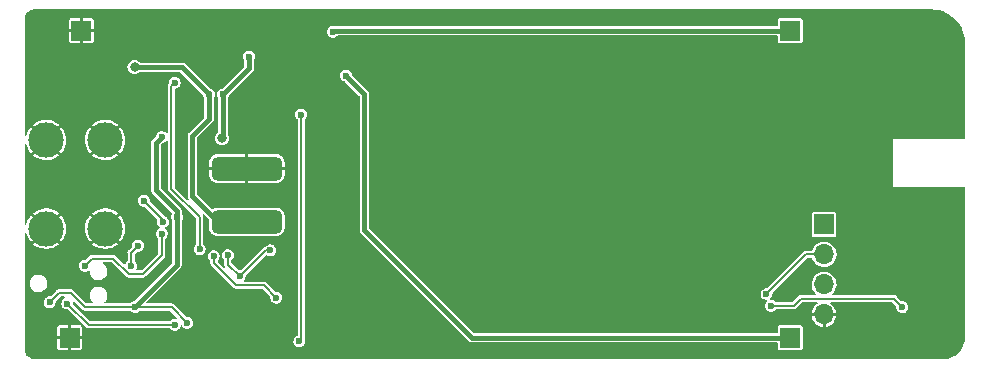
<source format=gbr>
%TF.GenerationSoftware,KiCad,Pcbnew,(6.0.2)*%
%TF.CreationDate,2022-05-15T09:33:53-06:00*%
%TF.ProjectId,SolarGPS,536f6c61-7247-4505-932e-6b696361645f,rev?*%
%TF.SameCoordinates,Original*%
%TF.FileFunction,Copper,L2,Bot*%
%TF.FilePolarity,Positive*%
%FSLAX46Y46*%
G04 Gerber Fmt 4.6, Leading zero omitted, Abs format (unit mm)*
G04 Created by KiCad (PCBNEW (6.0.2)) date 2022-05-15 09:33:53*
%MOMM*%
%LPD*%
G01*
G04 APERTURE LIST*
G04 Aperture macros list*
%AMRoundRect*
0 Rectangle with rounded corners*
0 $1 Rounding radius*
0 $2 $3 $4 $5 $6 $7 $8 $9 X,Y pos of 4 corners*
0 Add a 4 corners polygon primitive as box body*
4,1,4,$2,$3,$4,$5,$6,$7,$8,$9,$2,$3,0*
0 Add four circle primitives for the rounded corners*
1,1,$1+$1,$2,$3*
1,1,$1+$1,$4,$5*
1,1,$1+$1,$6,$7*
1,1,$1+$1,$8,$9*
0 Add four rect primitives between the rounded corners*
20,1,$1+$1,$2,$3,$4,$5,0*
20,1,$1+$1,$4,$5,$6,$7,0*
20,1,$1+$1,$6,$7,$8,$9,0*
20,1,$1+$1,$8,$9,$2,$3,0*%
G04 Aperture macros list end*
%TA.AperFunction,ComponentPad*%
%ADD10C,3.000000*%
%TD*%
%TA.AperFunction,ComponentPad*%
%ADD11R,1.700000X1.700000*%
%TD*%
%TA.AperFunction,SMDPad,CuDef*%
%ADD12RoundRect,0.500000X-2.500000X-0.500000X2.500000X-0.500000X2.500000X0.500000X-2.500000X0.500000X0*%
%TD*%
%TA.AperFunction,ComponentPad*%
%ADD13O,1.700000X1.700000*%
%TD*%
%TA.AperFunction,ViaPad*%
%ADD14C,0.600000*%
%TD*%
%TA.AperFunction,ViaPad*%
%ADD15C,0.800000*%
%TD*%
%TA.AperFunction,Conductor*%
%ADD16C,0.200000*%
%TD*%
%TA.AperFunction,Conductor*%
%ADD17C,0.400000*%
%TD*%
G04 APERTURE END LIST*
D10*
%TO.P,J7,1,Pin_1*%
%TO.N,GND*%
X57000000Y-61250000D03*
X52000000Y-61250000D03*
X52000000Y-68750000D03*
X57000000Y-68750000D03*
%TD*%
D11*
%TO.P,J4,1,Pin_1*%
%TO.N,GND*%
X55000000Y-52000000D03*
%TD*%
%TO.P,J5,1,Pin_1*%
%TO.N,GND*%
X54000000Y-78000000D03*
%TD*%
%TO.P,J3,1,Pin_1*%
%TO.N,Net-(D3-Pad2)*%
X115000000Y-78000000D03*
%TD*%
%TO.P,J2,1,Pin_1*%
%TO.N,Net-(D1-Pad2)*%
X115000000Y-52000000D03*
%TD*%
D12*
%TO.P,C8,1*%
%TO.N,VBAT*%
X68995000Y-68175000D03*
%TO.P,C8,2*%
%TO.N,GND*%
X68995000Y-63675000D03*
%TD*%
D11*
%TO.P,J8,1,Pin_1*%
%TO.N,VDD*%
X117875000Y-68400000D03*
D13*
%TO.P,J8,2,Pin_2*%
%TO.N,GPS_UART_MOSI*%
X117875000Y-70940000D03*
%TO.P,J8,3,Pin_3*%
%TO.N,GPS_UART_MISO*%
X117875000Y-73480000D03*
%TO.P,J8,4,Pin_4*%
%TO.N,GND*%
X117875000Y-76020000D03*
%TD*%
D14*
%TO.N,GND*%
X123050000Y-62300000D03*
X123100000Y-63250000D03*
X111000000Y-54350000D03*
X121500000Y-65600000D03*
X113350000Y-59250000D03*
X115100000Y-54050000D03*
X129400000Y-53450000D03*
X61750000Y-79200000D03*
X60150000Y-63750000D03*
X58900000Y-50700000D03*
X72500000Y-63500000D03*
X54550000Y-55600000D03*
X114600000Y-65800000D03*
X113350000Y-62450000D03*
X126500000Y-60600000D03*
X57850000Y-76150000D03*
X69750000Y-63650000D03*
X128900000Y-69300000D03*
X121600000Y-50850000D03*
X117850000Y-78800000D03*
X66150000Y-70000000D03*
X65800000Y-54400000D03*
X71550000Y-51000000D03*
X128150000Y-51200000D03*
X123100000Y-64100000D03*
X64600000Y-59300000D03*
X76500000Y-57650000D03*
X70800000Y-51000000D03*
X71650000Y-65200000D03*
X128000000Y-60400000D03*
X54600000Y-58000000D03*
X51350000Y-78650000D03*
X120300000Y-65500000D03*
X69450699Y-74640500D03*
X129250000Y-56900000D03*
X123950000Y-79100000D03*
X65350000Y-79250000D03*
X122050000Y-78850000D03*
X112750000Y-65950000D03*
X123100000Y-61200000D03*
X110950000Y-57950000D03*
X124150000Y-60650000D03*
X126750000Y-65950000D03*
X129300000Y-60400000D03*
X56500000Y-76150000D03*
X126700000Y-69300000D03*
X126000000Y-50750000D03*
X72500000Y-64250000D03*
X113350000Y-63850000D03*
X120000000Y-78750000D03*
X117500000Y-65650000D03*
X123150000Y-65150000D03*
X63900000Y-58050000D03*
X72500000Y-74800000D03*
X54550000Y-57150000D03*
X125450000Y-65800000D03*
X125300000Y-60600000D03*
X54550000Y-54750000D03*
X75200000Y-74900000D03*
X75450000Y-59150000D03*
X123900000Y-65850000D03*
X117600000Y-50750000D03*
%TO.N,GPS_EXINT*%
X124500000Y-75400000D03*
X113400000Y-75300000D03*
D15*
%TO.N,VDD*%
X66900000Y-61100000D03*
D14*
X63100000Y-67800000D03*
X52300000Y-75000000D03*
X63968750Y-76731250D03*
X59500000Y-75400000D03*
X61800000Y-61000000D03*
X67000000Y-57400000D03*
X69200000Y-54200000D03*
%TO.N,GPS_UART_MOSI*%
X113000000Y-74300000D03*
%TO.N,SOLAR+*%
X73600000Y-59100000D03*
X73450000Y-78300000D03*
%TO.N,VBAT*%
X65800000Y-57400000D03*
D15*
X59500000Y-55100000D03*
D14*
%TO.N,SPI_CLK*%
X71000000Y-70600000D03*
X68400000Y-72800000D03*
X67400000Y-71000000D03*
%TO.N,LIS_INT*%
X66200000Y-71100000D03*
X71500000Y-74600000D03*
%TO.N,Net-(D1-Pad2)*%
X76300000Y-52100000D03*
%TO.N,Net-(D3-Pad2)*%
X77400000Y-55800000D03*
%TO.N,DISPEN*%
X61900000Y-68200000D03*
X60300000Y-66400000D03*
%TO.N,VBAT_OK*%
X62900000Y-56400000D03*
X65000000Y-70500000D03*
%TO.N,nRESET*%
X62900000Y-76900000D03*
X53800000Y-75100000D03*
%TO.N,SWO*%
X55300000Y-71900000D03*
X61800000Y-69200000D03*
%TO.N,EXTCOMIN*%
X59200000Y-71900000D03*
X59800000Y-70200000D03*
%TD*%
D16*
%TO.N,GPS_EXINT*%
X123800000Y-74700000D02*
X115900000Y-74700000D01*
X115300000Y-75300000D02*
X113400000Y-75300000D01*
X124500000Y-75400000D02*
X123800000Y-74700000D01*
X115900000Y-74700000D02*
X115300000Y-75300000D01*
%TO.N,VDD*%
X53100000Y-74200000D02*
X54100000Y-74200000D01*
D17*
X63100000Y-71800000D02*
X63100000Y-67800000D01*
X63100000Y-67800000D02*
X63100000Y-67300000D01*
X63100000Y-67300000D02*
X61300000Y-65500000D01*
D16*
X55300000Y-75400000D02*
X59500000Y-75400000D01*
D17*
X67000000Y-61000000D02*
X66900000Y-61100000D01*
D16*
X52300000Y-75000000D02*
X53100000Y-74200000D01*
D17*
X59500000Y-75400000D02*
X63100000Y-71800000D01*
D16*
X54100000Y-74200000D02*
X55300000Y-75400000D01*
X63968750Y-76731250D02*
X62637500Y-75400000D01*
D17*
X69200000Y-55200000D02*
X69200000Y-54200000D01*
X61300000Y-65500000D02*
X61300000Y-61500000D01*
X67000000Y-57400000D02*
X67000000Y-61000000D01*
X67000000Y-57400000D02*
X69200000Y-55200000D01*
X61300000Y-61500000D02*
X61800000Y-61000000D01*
D16*
X62637500Y-75400000D02*
X59500000Y-75400000D01*
%TO.N,GPS_UART_MOSI*%
X116360000Y-70940000D02*
X113000000Y-74300000D01*
X117875000Y-70940000D02*
X116360000Y-70940000D01*
%TO.N,SOLAR+*%
X73600000Y-59100000D02*
X73600000Y-78150000D01*
X73600000Y-78150000D02*
X73450000Y-78300000D01*
D17*
%TO.N,VBAT*%
X64400000Y-66000000D02*
X66575000Y-68175000D01*
X63500000Y-55100000D02*
X65800000Y-57400000D01*
X59500000Y-55100000D02*
X63500000Y-55100000D01*
X65800000Y-57400000D02*
X65800000Y-59500000D01*
X64400000Y-60900000D02*
X64400000Y-66000000D01*
X66575000Y-68175000D02*
X68995000Y-68175000D01*
X65800000Y-59500000D02*
X64400000Y-60900000D01*
D16*
%TO.N,SPI_CLK*%
X67400000Y-71000000D02*
X67400000Y-71800000D01*
X71000000Y-70600000D02*
X70600000Y-70600000D01*
X67400000Y-71800000D02*
X68400000Y-72800000D01*
X70600000Y-70600000D02*
X68400000Y-72800000D01*
%TO.N,LIS_INT*%
X68100000Y-73550000D02*
X70450000Y-73550000D01*
X66200000Y-71100000D02*
X66200000Y-71650000D01*
X66200000Y-71650000D02*
X68100000Y-73550000D01*
X70450000Y-73550000D02*
X71500000Y-74600000D01*
D17*
%TO.N,Net-(D1-Pad2)*%
X76400000Y-52000000D02*
X76300000Y-52100000D01*
X115000000Y-52000000D02*
X76400000Y-52000000D01*
%TO.N,Net-(D3-Pad2)*%
X78950000Y-57350000D02*
X78950000Y-68850000D01*
X88100000Y-78000000D02*
X115000000Y-78000000D01*
X77400000Y-55800000D02*
X78950000Y-57350000D01*
X78950000Y-68850000D02*
X88100000Y-78000000D01*
D16*
%TO.N,DISPEN*%
X61900000Y-68000000D02*
X60300000Y-66400000D01*
X61900000Y-68200000D02*
X61900000Y-68000000D01*
%TO.N,VBAT_OK*%
X62600000Y-65400000D02*
X62600000Y-56700000D01*
X65000000Y-67800000D02*
X62600000Y-65400000D01*
X65000000Y-70500000D02*
X65000000Y-67800000D01*
X62600000Y-56700000D02*
X62900000Y-56400000D01*
%TO.N,nRESET*%
X62900000Y-76900000D02*
X55600000Y-76900000D01*
X55600000Y-76900000D02*
X53800000Y-75100000D01*
%TO.N,SWO*%
X61800000Y-71000000D02*
X61800000Y-69200000D01*
X60200000Y-72600000D02*
X61800000Y-71000000D01*
X57700000Y-71300000D02*
X59000000Y-72600000D01*
X55300000Y-71900000D02*
X55900000Y-71300000D01*
X59000000Y-72600000D02*
X60200000Y-72600000D01*
X55900000Y-71300000D02*
X57700000Y-71300000D01*
%TO.N,EXTCOMIN*%
X59200000Y-71900000D02*
X59200000Y-70800000D01*
X59200000Y-70800000D02*
X59800000Y-70200000D01*
%TD*%
%TA.AperFunction,Conductor*%
%TO.N,GND*%
G36*
X126985461Y-50201882D02*
G01*
X126991522Y-50203276D01*
X126991523Y-50203276D01*
X126999642Y-50205143D01*
X127007806Y-50203296D01*
X127028281Y-50201589D01*
X127144227Y-50208100D01*
X127309367Y-50217374D01*
X127317595Y-50218302D01*
X127618956Y-50269505D01*
X127627046Y-50271351D01*
X127920792Y-50355978D01*
X127928624Y-50358719D01*
X128211040Y-50475699D01*
X128218513Y-50479298D01*
X128486044Y-50627158D01*
X128493072Y-50631572D01*
X128742386Y-50808470D01*
X128748870Y-50813642D01*
X128976800Y-51017333D01*
X128982667Y-51023200D01*
X129186358Y-51251130D01*
X129191533Y-51257618D01*
X129368428Y-51506929D01*
X129372842Y-51513956D01*
X129520702Y-51781487D01*
X129524301Y-51788960D01*
X129589927Y-51947395D01*
X129641281Y-52071376D01*
X129644022Y-52079208D01*
X129728649Y-52372954D01*
X129730495Y-52381043D01*
X129781698Y-52682405D01*
X129782626Y-52690633D01*
X129796310Y-52934294D01*
X129798385Y-52971247D01*
X129796726Y-52990723D01*
X129796725Y-52991520D01*
X129794857Y-52999642D01*
X129796696Y-53007769D01*
X129796696Y-53007771D01*
X129798175Y-53014306D01*
X129800000Y-53030637D01*
X129800000Y-61126000D01*
X129782687Y-61173566D01*
X129738850Y-61198876D01*
X129726000Y-61200000D01*
X123700000Y-61200000D01*
X123700000Y-65200000D01*
X129726000Y-65200000D01*
X129773566Y-65217313D01*
X129798876Y-65261150D01*
X129800000Y-65274000D01*
X129800000Y-77968877D01*
X129798118Y-77985461D01*
X129794857Y-77999642D01*
X129796697Y-78007773D01*
X129796694Y-78009405D01*
X129798161Y-78028050D01*
X129784918Y-78230111D01*
X129783654Y-78239707D01*
X129744614Y-78435979D01*
X129739614Y-78461114D01*
X129737111Y-78470459D01*
X129666025Y-78679868D01*
X129664542Y-78684238D01*
X129660838Y-78693180D01*
X129560991Y-78895650D01*
X129556151Y-78904033D01*
X129430731Y-79091737D01*
X129424838Y-79099417D01*
X129381514Y-79148819D01*
X129275986Y-79269150D01*
X129269150Y-79275986D01*
X129227425Y-79312578D01*
X129099417Y-79424838D01*
X129091737Y-79430731D01*
X128904033Y-79556151D01*
X128895650Y-79560991D01*
X128876755Y-79570309D01*
X128715697Y-79649734D01*
X128693180Y-79660838D01*
X128684241Y-79664541D01*
X128470459Y-79737111D01*
X128461117Y-79739613D01*
X128350410Y-79761634D01*
X128239707Y-79783654D01*
X128230112Y-79784918D01*
X128028519Y-79798131D01*
X128011108Y-79796729D01*
X128008479Y-79796724D01*
X128000358Y-79794857D01*
X127992231Y-79796696D01*
X127992229Y-79796696D01*
X127985694Y-79798175D01*
X127969363Y-79800000D01*
X51031124Y-79800000D01*
X51014540Y-79798118D01*
X51014231Y-79798047D01*
X51000359Y-79794857D01*
X50992230Y-79796697D01*
X50983898Y-79796682D01*
X50983898Y-79796582D01*
X50972505Y-79797292D01*
X50937322Y-79793827D01*
X50851181Y-79785342D01*
X50836954Y-79782512D01*
X50761034Y-79759482D01*
X50700822Y-79741217D01*
X50687430Y-79735669D01*
X50561969Y-79668609D01*
X50549913Y-79660553D01*
X50439949Y-79570309D01*
X50429691Y-79560051D01*
X50426491Y-79556151D01*
X50339447Y-79450087D01*
X50331391Y-79438031D01*
X50264331Y-79312570D01*
X50258782Y-79299175D01*
X50217488Y-79163046D01*
X50214658Y-79148819D01*
X50203828Y-79038867D01*
X50202753Y-79027951D01*
X50203466Y-79016813D01*
X50203261Y-79016813D01*
X50203276Y-79008478D01*
X50205143Y-79000357D01*
X50201825Y-78985693D01*
X50200000Y-78969362D01*
X50200000Y-78866058D01*
X52950000Y-78866058D01*
X52950710Y-78873268D01*
X52960182Y-78920890D01*
X52965652Y-78934094D01*
X53001759Y-78988132D01*
X53011868Y-78998241D01*
X53065906Y-79034348D01*
X53079110Y-79039818D01*
X53126732Y-79049290D01*
X53133942Y-79050000D01*
X53859952Y-79050000D01*
X53869948Y-79046362D01*
X53873000Y-79041075D01*
X53873000Y-79036952D01*
X54127000Y-79036952D01*
X54130638Y-79046948D01*
X54135925Y-79050000D01*
X54866058Y-79050000D01*
X54873268Y-79049290D01*
X54920890Y-79039818D01*
X54934094Y-79034348D01*
X54988132Y-78998241D01*
X54998241Y-78988132D01*
X55034348Y-78934094D01*
X55039818Y-78920890D01*
X55049290Y-78873268D01*
X55050000Y-78866058D01*
X55050000Y-78293823D01*
X72944391Y-78293823D01*
X72945074Y-78299046D01*
X72945074Y-78299049D01*
X72950761Y-78342538D01*
X72962980Y-78435979D01*
X73020720Y-78567203D01*
X73024112Y-78571238D01*
X73109580Y-78672916D01*
X73109583Y-78672919D01*
X73112970Y-78676948D01*
X73117357Y-78679868D01*
X73227924Y-78753469D01*
X73227927Y-78753470D01*
X73232313Y-78756390D01*
X73369157Y-78799142D01*
X73374425Y-78799239D01*
X73374428Y-78799239D01*
X73434733Y-78800344D01*
X73512499Y-78801770D01*
X73517582Y-78800384D01*
X73517584Y-78800384D01*
X73645727Y-78765448D01*
X73645729Y-78765447D01*
X73650817Y-78764060D01*
X73711904Y-78726553D01*
X73768498Y-78691804D01*
X73768499Y-78691803D01*
X73772991Y-78689045D01*
X73869200Y-78582754D01*
X73931710Y-78453733D01*
X73955496Y-78312354D01*
X73955647Y-78300000D01*
X73950730Y-78265665D01*
X73936070Y-78163297D01*
X73936070Y-78163296D01*
X73935323Y-78158082D01*
X73907136Y-78096087D01*
X73900500Y-78065459D01*
X73900500Y-59541489D01*
X73917813Y-59493923D01*
X73922273Y-59489486D01*
X73922991Y-59489045D01*
X74019200Y-59382754D01*
X74081710Y-59253733D01*
X74105496Y-59112354D01*
X74105647Y-59100000D01*
X74085323Y-58958082D01*
X74025984Y-58827572D01*
X73932400Y-58718963D01*
X73927981Y-58716099D01*
X73927979Y-58716097D01*
X73888068Y-58690228D01*
X73812095Y-58640985D01*
X73708168Y-58609904D01*
X73679792Y-58601418D01*
X73679791Y-58601418D01*
X73674739Y-58599907D01*
X73601103Y-58599457D01*
X73536646Y-58599063D01*
X73536645Y-58599063D01*
X73531376Y-58599031D01*
X73393529Y-58638428D01*
X73272280Y-58714930D01*
X73177377Y-58822388D01*
X73116447Y-58952163D01*
X73094391Y-59093823D01*
X73095074Y-59099046D01*
X73095074Y-59099049D01*
X73095573Y-59102862D01*
X73112980Y-59235979D01*
X73170720Y-59367203D01*
X73174112Y-59371238D01*
X73259580Y-59472916D01*
X73259583Y-59472919D01*
X73262970Y-59476948D01*
X73267356Y-59479867D01*
X73271287Y-59483382D01*
X73270311Y-59484473D01*
X73296507Y-59520068D01*
X73299500Y-59540901D01*
X73299500Y-77766618D01*
X73282187Y-77814184D01*
X73252725Y-77833296D01*
X73253410Y-77834826D01*
X73248593Y-77836981D01*
X73243529Y-77838428D01*
X73239076Y-77841238D01*
X73239073Y-77841239D01*
X73188735Y-77873000D01*
X73122280Y-77914930D01*
X73118792Y-77918880D01*
X73054638Y-77991521D01*
X73027377Y-78022388D01*
X72966447Y-78152163D01*
X72944391Y-78293823D01*
X55050000Y-78293823D01*
X55050000Y-78140048D01*
X55046362Y-78130052D01*
X55041075Y-78127000D01*
X54140048Y-78127000D01*
X54130052Y-78130638D01*
X54127000Y-78135925D01*
X54127000Y-79036952D01*
X53873000Y-79036952D01*
X53873000Y-78140048D01*
X53869362Y-78130052D01*
X53864075Y-78127000D01*
X52963048Y-78127000D01*
X52953052Y-78130638D01*
X52950000Y-78135925D01*
X52950000Y-78866058D01*
X50200000Y-78866058D01*
X50200000Y-77859952D01*
X52950000Y-77859952D01*
X52953638Y-77869948D01*
X52958925Y-77873000D01*
X53859952Y-77873000D01*
X53869948Y-77869362D01*
X53873000Y-77864075D01*
X53873000Y-77859952D01*
X54127000Y-77859952D01*
X54130638Y-77869948D01*
X54135925Y-77873000D01*
X55036952Y-77873000D01*
X55046948Y-77869362D01*
X55050000Y-77864075D01*
X55050000Y-77133942D01*
X55049290Y-77126732D01*
X55039818Y-77079110D01*
X55034348Y-77065906D01*
X54998241Y-77011868D01*
X54988132Y-77001759D01*
X54934094Y-76965652D01*
X54920890Y-76960182D01*
X54873268Y-76950710D01*
X54866058Y-76950000D01*
X54140048Y-76950000D01*
X54130052Y-76953638D01*
X54127000Y-76958925D01*
X54127000Y-77859952D01*
X53873000Y-77859952D01*
X53873000Y-76963048D01*
X53869362Y-76953052D01*
X53864075Y-76950000D01*
X53133942Y-76950000D01*
X53126732Y-76950710D01*
X53079110Y-76960182D01*
X53065906Y-76965652D01*
X53011868Y-77001759D01*
X53001759Y-77011868D01*
X52965652Y-77065906D01*
X52960182Y-77079110D01*
X52950710Y-77126732D01*
X52950000Y-77133942D01*
X52950000Y-77859952D01*
X50200000Y-77859952D01*
X50200000Y-74993823D01*
X51794391Y-74993823D01*
X51795074Y-74999046D01*
X51795074Y-74999049D01*
X51800520Y-75040695D01*
X51812980Y-75135979D01*
X51870720Y-75267203D01*
X51893096Y-75293823D01*
X51959580Y-75372916D01*
X51959583Y-75372919D01*
X51962970Y-75376948D01*
X51967357Y-75379868D01*
X52077924Y-75453469D01*
X52077927Y-75453470D01*
X52082313Y-75456390D01*
X52219157Y-75499142D01*
X52224425Y-75499239D01*
X52224428Y-75499239D01*
X52284733Y-75500344D01*
X52362499Y-75501770D01*
X52367582Y-75500384D01*
X52367584Y-75500384D01*
X52495727Y-75465448D01*
X52495729Y-75465447D01*
X52500817Y-75464060D01*
X52585029Y-75412354D01*
X52618498Y-75391804D01*
X52618499Y-75391803D01*
X52622991Y-75389045D01*
X52719200Y-75282754D01*
X52781710Y-75153733D01*
X52805496Y-75012354D01*
X52805647Y-75000000D01*
X52800788Y-74966072D01*
X52811183Y-74916533D01*
X52821715Y-74903256D01*
X53202797Y-74522174D01*
X53248673Y-74500782D01*
X53255123Y-74500500D01*
X53557047Y-74500500D01*
X53604613Y-74517813D01*
X53629923Y-74561650D01*
X53621133Y-74611500D01*
X53592712Y-74637133D01*
X53593529Y-74638428D01*
X53472280Y-74714930D01*
X53452089Y-74737792D01*
X53397260Y-74799875D01*
X53377377Y-74822388D01*
X53316447Y-74952163D01*
X53315637Y-74957368D01*
X53315636Y-74957370D01*
X53306128Y-75018437D01*
X53294391Y-75093823D01*
X53295074Y-75099046D01*
X53295074Y-75099049D01*
X53299946Y-75136301D01*
X53312980Y-75235979D01*
X53370720Y-75367203D01*
X53374112Y-75371238D01*
X53459580Y-75472916D01*
X53459583Y-75472919D01*
X53462970Y-75476948D01*
X53496311Y-75499142D01*
X53577924Y-75553469D01*
X53577927Y-75553470D01*
X53582313Y-75556390D01*
X53719157Y-75599142D01*
X53724425Y-75599239D01*
X53724428Y-75599239D01*
X53847211Y-75601490D01*
X53898180Y-75623152D01*
X55348933Y-77073905D01*
X55352515Y-77078054D01*
X55354575Y-77082269D01*
X55359587Y-77086918D01*
X55391167Y-77116213D01*
X55393167Y-77118139D01*
X55407276Y-77132248D01*
X55410084Y-77134174D01*
X55412710Y-77136356D01*
X55412594Y-77136495D01*
X55415776Y-77139042D01*
X55431634Y-77153752D01*
X55436646Y-77158401D01*
X55449923Y-77163698D01*
X55464359Y-77171406D01*
X55476146Y-77179492D01*
X55482796Y-77181070D01*
X55482798Y-77181071D01*
X55503840Y-77186064D01*
X55514176Y-77189332D01*
X55540622Y-77199883D01*
X55546915Y-77200500D01*
X55556012Y-77200500D01*
X55573099Y-77202500D01*
X55578415Y-77203762D01*
X55578417Y-77203762D01*
X55585066Y-77205340D01*
X55615663Y-77201176D01*
X55625642Y-77200500D01*
X62464241Y-77200500D01*
X62511807Y-77217813D01*
X62520887Y-77226884D01*
X62559580Y-77272916D01*
X62559583Y-77272919D01*
X62562970Y-77276948D01*
X62567357Y-77279868D01*
X62677924Y-77353469D01*
X62677927Y-77353470D01*
X62682313Y-77356390D01*
X62819157Y-77399142D01*
X62824425Y-77399239D01*
X62824428Y-77399239D01*
X62884733Y-77400344D01*
X62962499Y-77401770D01*
X62967582Y-77400384D01*
X62967584Y-77400384D01*
X63095727Y-77365448D01*
X63095729Y-77365447D01*
X63100817Y-77364060D01*
X63222991Y-77289045D01*
X63319200Y-77182754D01*
X63381710Y-77053733D01*
X63388394Y-77014004D01*
X63391022Y-76998385D01*
X63415986Y-76954351D01*
X63463415Y-76936665D01*
X63511116Y-76953604D01*
X63531729Y-76980860D01*
X63539470Y-76998453D01*
X63552542Y-77014004D01*
X63628330Y-77104166D01*
X63628333Y-77104169D01*
X63631720Y-77108198D01*
X63669646Y-77133444D01*
X63746674Y-77184719D01*
X63746677Y-77184720D01*
X63751063Y-77187640D01*
X63887907Y-77230392D01*
X63893175Y-77230489D01*
X63893178Y-77230489D01*
X63953483Y-77231594D01*
X64031249Y-77233020D01*
X64036332Y-77231634D01*
X64036334Y-77231634D01*
X64164477Y-77196698D01*
X64164479Y-77196697D01*
X64169567Y-77195310D01*
X64237251Y-77153752D01*
X64287248Y-77123054D01*
X64287249Y-77123053D01*
X64291741Y-77120295D01*
X64387950Y-77014004D01*
X64450460Y-76884983D01*
X64474246Y-76743604D01*
X64474397Y-76731250D01*
X64455529Y-76599500D01*
X64454820Y-76594547D01*
X64454820Y-76594546D01*
X64454073Y-76589332D01*
X64394734Y-76458822D01*
X64301150Y-76350213D01*
X64296731Y-76347349D01*
X64296729Y-76347347D01*
X64256818Y-76321478D01*
X64180845Y-76272235D01*
X64076918Y-76241154D01*
X64048542Y-76232668D01*
X64048541Y-76232668D01*
X64043489Y-76231157D01*
X63993502Y-76230852D01*
X63923093Y-76230421D01*
X63875633Y-76212817D01*
X63871219Y-76208748D01*
X62888570Y-75226099D01*
X62884985Y-75221946D01*
X62882925Y-75217731D01*
X62846318Y-75183773D01*
X62844319Y-75181848D01*
X62830223Y-75167752D01*
X62827412Y-75165824D01*
X62824793Y-75163647D01*
X62824903Y-75163515D01*
X62821727Y-75160961D01*
X62805864Y-75146246D01*
X62805863Y-75146245D01*
X62800854Y-75141599D01*
X62794512Y-75139069D01*
X62794506Y-75139065D01*
X62787577Y-75136301D01*
X62773141Y-75128593D01*
X62766993Y-75124376D01*
X62766992Y-75124375D01*
X62761354Y-75120508D01*
X62754704Y-75118930D01*
X62754702Y-75118929D01*
X62733660Y-75113936D01*
X62723324Y-75110668D01*
X62703758Y-75102862D01*
X62696878Y-75100117D01*
X62690585Y-75099500D01*
X62681488Y-75099500D01*
X62664401Y-75097500D01*
X62659085Y-75096238D01*
X62659083Y-75096238D01*
X62652434Y-75094660D01*
X62631566Y-75097500D01*
X62621837Y-75098824D01*
X62611858Y-75099500D01*
X60545545Y-75099500D01*
X60497979Y-75082187D01*
X60472669Y-75038350D01*
X60481459Y-74988500D01*
X60493219Y-74973174D01*
X63405484Y-72060909D01*
X63405487Y-72060905D01*
X63428050Y-72038342D01*
X63430692Y-72033156D01*
X63430696Y-72033151D01*
X63439897Y-72015093D01*
X63445959Y-72005198D01*
X63461296Y-71984089D01*
X63469357Y-71959280D01*
X63473801Y-71948552D01*
X63483000Y-71930497D01*
X63485646Y-71925304D01*
X63489727Y-71899537D01*
X63492438Y-71888246D01*
X63498700Y-71868974D01*
X63498700Y-71868971D01*
X63500500Y-71863433D01*
X63500500Y-71093823D01*
X65694391Y-71093823D01*
X65695074Y-71099046D01*
X65695074Y-71099049D01*
X65700534Y-71140803D01*
X65712980Y-71235979D01*
X65770720Y-71367203D01*
X65774112Y-71371238D01*
X65859580Y-71472916D01*
X65859583Y-71472919D01*
X65862970Y-71476948D01*
X65867356Y-71479867D01*
X65871287Y-71483382D01*
X65870311Y-71484473D01*
X65896507Y-71520068D01*
X65899500Y-71540901D01*
X65899500Y-71595433D01*
X65899098Y-71600906D01*
X65897575Y-71605342D01*
X65897831Y-71612166D01*
X65897831Y-71612167D01*
X65899448Y-71655241D01*
X65899500Y-71658017D01*
X65899500Y-71677948D01*
X65900124Y-71681300D01*
X65900437Y-71684691D01*
X65900247Y-71684709D01*
X65900706Y-71688755D01*
X65901774Y-71717208D01*
X65904471Y-71723485D01*
X65904472Y-71723490D01*
X65907416Y-71730343D01*
X65912174Y-71746002D01*
X65914791Y-71760053D01*
X65918376Y-71765868D01*
X65918377Y-71765872D01*
X65929730Y-71784290D01*
X65934726Y-71793907D01*
X65940789Y-71808017D01*
X65945964Y-71820063D01*
X65949978Y-71824949D01*
X65956409Y-71831380D01*
X65967076Y-71844875D01*
X65973532Y-71855348D01*
X65978971Y-71859484D01*
X65998112Y-71874039D01*
X66005646Y-71880617D01*
X67848930Y-73723901D01*
X67852515Y-73728054D01*
X67854575Y-73732269D01*
X67867868Y-73744600D01*
X67891181Y-73766226D01*
X67893181Y-73768152D01*
X67907277Y-73782248D01*
X67910088Y-73784176D01*
X67912707Y-73786353D01*
X67912597Y-73786485D01*
X67915773Y-73789039D01*
X67927288Y-73799720D01*
X67936646Y-73808401D01*
X67949919Y-73813696D01*
X67964355Y-73821404D01*
X67976146Y-73829493D01*
X67998319Y-73834755D01*
X68003848Y-73836067D01*
X68014181Y-73839335D01*
X68035769Y-73847947D01*
X68040622Y-73849883D01*
X68046915Y-73850500D01*
X68056008Y-73850500D01*
X68073094Y-73852500D01*
X68078414Y-73853762D01*
X68078417Y-73853762D01*
X68085066Y-73855340D01*
X68091834Y-73854419D01*
X68091837Y-73854419D01*
X68115663Y-73851176D01*
X68125642Y-73850500D01*
X70294877Y-73850500D01*
X70342443Y-73867813D01*
X70347203Y-73872174D01*
X70977847Y-74502819D01*
X70999239Y-74548696D01*
X70998640Y-74566528D01*
X70998535Y-74567203D01*
X70994391Y-74593823D01*
X70995074Y-74599046D01*
X70995074Y-74599049D01*
X71000054Y-74637133D01*
X71012980Y-74735979D01*
X71070720Y-74867203D01*
X71074112Y-74871238D01*
X71159580Y-74972916D01*
X71159583Y-74972919D01*
X71162970Y-74976948D01*
X71196849Y-74999500D01*
X71277924Y-75053469D01*
X71277927Y-75053470D01*
X71282313Y-75056390D01*
X71419157Y-75099142D01*
X71424425Y-75099239D01*
X71424428Y-75099239D01*
X71484733Y-75100344D01*
X71562499Y-75101770D01*
X71567582Y-75100384D01*
X71567584Y-75100384D01*
X71695727Y-75065448D01*
X71695729Y-75065447D01*
X71700817Y-75064060D01*
X71774400Y-75018880D01*
X71818498Y-74991804D01*
X71818499Y-74991803D01*
X71822991Y-74989045D01*
X71919200Y-74882754D01*
X71981710Y-74753733D01*
X72005496Y-74612354D01*
X72005647Y-74600000D01*
X72000950Y-74567203D01*
X71986070Y-74463297D01*
X71986070Y-74463296D01*
X71985323Y-74458082D01*
X71973729Y-74432581D01*
X71928166Y-74332371D01*
X71925984Y-74327572D01*
X71832400Y-74218963D01*
X71827981Y-74216099D01*
X71827979Y-74216097D01*
X71788068Y-74190228D01*
X71712095Y-74140985D01*
X71587700Y-74103783D01*
X71579792Y-74101418D01*
X71579791Y-74101418D01*
X71574739Y-74099907D01*
X71524752Y-74099602D01*
X71454343Y-74099171D01*
X71406883Y-74081567D01*
X71402469Y-74077498D01*
X70701070Y-73376099D01*
X70697485Y-73371946D01*
X70695425Y-73367731D01*
X70658818Y-73333773D01*
X70656819Y-73331848D01*
X70642723Y-73317752D01*
X70639912Y-73315824D01*
X70637293Y-73313647D01*
X70637403Y-73313515D01*
X70634227Y-73310961D01*
X70618364Y-73296246D01*
X70618363Y-73296245D01*
X70613354Y-73291599D01*
X70607012Y-73289069D01*
X70607006Y-73289065D01*
X70600077Y-73286301D01*
X70585641Y-73278593D01*
X70579493Y-73274376D01*
X70579492Y-73274375D01*
X70573854Y-73270508D01*
X70567204Y-73268930D01*
X70567202Y-73268929D01*
X70546160Y-73263936D01*
X70535824Y-73260668D01*
X70526843Y-73257085D01*
X70509378Y-73250117D01*
X70503085Y-73249500D01*
X70493988Y-73249500D01*
X70476901Y-73247500D01*
X70471585Y-73246238D01*
X70471583Y-73246238D01*
X70464934Y-73244660D01*
X70444066Y-73247500D01*
X70434337Y-73248824D01*
X70424358Y-73249500D01*
X68835063Y-73249500D01*
X68787497Y-73232187D01*
X68762187Y-73188350D01*
X68770977Y-73138500D01*
X68780200Y-73125841D01*
X68790250Y-73114738D01*
X68819200Y-73082754D01*
X68881710Y-72953733D01*
X68905496Y-72812354D01*
X68905647Y-72800000D01*
X68900788Y-72766072D01*
X68911183Y-72716533D01*
X68921715Y-72703256D01*
X70611130Y-71013841D01*
X70657006Y-70992449D01*
X70704461Y-71004567D01*
X70777924Y-71053469D01*
X70777927Y-71053470D01*
X70782313Y-71056390D01*
X70919157Y-71099142D01*
X70924425Y-71099239D01*
X70924428Y-71099239D01*
X70984733Y-71100344D01*
X71062499Y-71101770D01*
X71067582Y-71100384D01*
X71067584Y-71100384D01*
X71195727Y-71065448D01*
X71195729Y-71065447D01*
X71200817Y-71064060D01*
X71269993Y-71021586D01*
X71318498Y-70991804D01*
X71318499Y-70991803D01*
X71322991Y-70989045D01*
X71419200Y-70882754D01*
X71481710Y-70753733D01*
X71505496Y-70612354D01*
X71505647Y-70600000D01*
X71497227Y-70541207D01*
X71486070Y-70463297D01*
X71486070Y-70463296D01*
X71485323Y-70458082D01*
X71425984Y-70327572D01*
X71339818Y-70227572D01*
X71335840Y-70222955D01*
X71335839Y-70222954D01*
X71332400Y-70218963D01*
X71327981Y-70216099D01*
X71327979Y-70216097D01*
X71277761Y-70183548D01*
X71212095Y-70140985D01*
X71095511Y-70106119D01*
X71079792Y-70101418D01*
X71079791Y-70101418D01*
X71074739Y-70099907D01*
X71001103Y-70099457D01*
X70936646Y-70099063D01*
X70936645Y-70099063D01*
X70931376Y-70099031D01*
X70793529Y-70138428D01*
X70672280Y-70214930D01*
X70629621Y-70263232D01*
X70618988Y-70275272D01*
X70572267Y-70298988D01*
X70572354Y-70299443D01*
X70572312Y-70299451D01*
X70571081Y-70299591D01*
X70570801Y-70299733D01*
X70568699Y-70300124D01*
X70565312Y-70300437D01*
X70565294Y-70300247D01*
X70561245Y-70300706D01*
X70532792Y-70301774D01*
X70526515Y-70304471D01*
X70526510Y-70304472D01*
X70519657Y-70307416D01*
X70503998Y-70312174D01*
X70489947Y-70314791D01*
X70484132Y-70318376D01*
X70484128Y-70318377D01*
X70465710Y-70329730D01*
X70456093Y-70334726D01*
X70434738Y-70343901D01*
X70434736Y-70343902D01*
X70429937Y-70345964D01*
X70425051Y-70349978D01*
X70418620Y-70356409D01*
X70405125Y-70367076D01*
X70394652Y-70373532D01*
X70390516Y-70378971D01*
X70375961Y-70398112D01*
X70369383Y-70405646D01*
X68496982Y-72278047D01*
X68451106Y-72299439D01*
X68444204Y-72299720D01*
X68354344Y-72299171D01*
X68306884Y-72281568D01*
X68302470Y-72277498D01*
X67722174Y-71697203D01*
X67700782Y-71651327D01*
X67700500Y-71644877D01*
X67700500Y-71441489D01*
X67717813Y-71393923D01*
X67722273Y-71389486D01*
X67722991Y-71389045D01*
X67819200Y-71282754D01*
X67881710Y-71153733D01*
X67905496Y-71012354D01*
X67905647Y-71000000D01*
X67898796Y-70952163D01*
X67886070Y-70863297D01*
X67886070Y-70863296D01*
X67885323Y-70858082D01*
X67830985Y-70738570D01*
X67828166Y-70732371D01*
X67825984Y-70727572D01*
X67751597Y-70641242D01*
X67735840Y-70622955D01*
X67735839Y-70622954D01*
X67732400Y-70618963D01*
X67727981Y-70616099D01*
X67727979Y-70616097D01*
X67680210Y-70585135D01*
X67612095Y-70540985D01*
X67484620Y-70502862D01*
X67479792Y-70501418D01*
X67479791Y-70501418D01*
X67474739Y-70499907D01*
X67401103Y-70499457D01*
X67336646Y-70499063D01*
X67336645Y-70499063D01*
X67331376Y-70499031D01*
X67193529Y-70538428D01*
X67072280Y-70614930D01*
X67038181Y-70653540D01*
X66983964Y-70714930D01*
X66977377Y-70722388D01*
X66916447Y-70852163D01*
X66915637Y-70857368D01*
X66915636Y-70857370D01*
X66908563Y-70902797D01*
X66894391Y-70993823D01*
X66895074Y-70999046D01*
X66895074Y-70999049D01*
X66897183Y-71015177D01*
X66912980Y-71135979D01*
X66970720Y-71267203D01*
X66974112Y-71271238D01*
X67059580Y-71372916D01*
X67059583Y-71372919D01*
X67062970Y-71376948D01*
X67067356Y-71379867D01*
X67071287Y-71383382D01*
X67070311Y-71384473D01*
X67096507Y-71420068D01*
X67099500Y-71440901D01*
X67099500Y-71745433D01*
X67099098Y-71750906D01*
X67097575Y-71755342D01*
X67097831Y-71762166D01*
X67097831Y-71762167D01*
X67099448Y-71805241D01*
X67099500Y-71808017D01*
X67099500Y-71827948D01*
X67100124Y-71831300D01*
X67100437Y-71834691D01*
X67100247Y-71834709D01*
X67100706Y-71838755D01*
X67101774Y-71867208D01*
X67104471Y-71873485D01*
X67104472Y-71873490D01*
X67107416Y-71880343D01*
X67112174Y-71896002D01*
X67114791Y-71910053D01*
X67118376Y-71915868D01*
X67118377Y-71915872D01*
X67129730Y-71934290D01*
X67134726Y-71943907D01*
X67145268Y-71968443D01*
X67148139Y-72018980D01*
X67117853Y-72059539D01*
X67068582Y-72071142D01*
X67024952Y-72049981D01*
X66544757Y-71569786D01*
X66523365Y-71523910D01*
X66536466Y-71475015D01*
X66542220Y-71467801D01*
X66585425Y-71420068D01*
X66619200Y-71382754D01*
X66681710Y-71253733D01*
X66705496Y-71112354D01*
X66705647Y-71100000D01*
X66693095Y-71012354D01*
X66686070Y-70963297D01*
X66686070Y-70963296D01*
X66685323Y-70958082D01*
X66625984Y-70827572D01*
X66555385Y-70745638D01*
X66535840Y-70722955D01*
X66535839Y-70722954D01*
X66532400Y-70718963D01*
X66527981Y-70716099D01*
X66527979Y-70716097D01*
X66476604Y-70682798D01*
X66412095Y-70640985D01*
X66284620Y-70602862D01*
X66279792Y-70601418D01*
X66279791Y-70601418D01*
X66274739Y-70599907D01*
X66201103Y-70599457D01*
X66136646Y-70599063D01*
X66136645Y-70599063D01*
X66131376Y-70599031D01*
X65993529Y-70638428D01*
X65872280Y-70714930D01*
X65777377Y-70822388D01*
X65716447Y-70952163D01*
X65715637Y-70957368D01*
X65715636Y-70957370D01*
X65708738Y-71001673D01*
X65694391Y-71093823D01*
X63500500Y-71093823D01*
X63500500Y-68131767D01*
X63513148Y-68090391D01*
X63515663Y-68086661D01*
X63519200Y-68082754D01*
X63531154Y-68058082D01*
X63579410Y-67958480D01*
X63581710Y-67953733D01*
X63605496Y-67812354D01*
X63605647Y-67800000D01*
X63604017Y-67788616D01*
X63586070Y-67663297D01*
X63586070Y-67663296D01*
X63585323Y-67658082D01*
X63525984Y-67527572D01*
X63518440Y-67518817D01*
X63500500Y-67470513D01*
X63500500Y-67268481D01*
X63500499Y-67268475D01*
X63500499Y-67236567D01*
X63492438Y-67211757D01*
X63489728Y-67200470D01*
X63486557Y-67180449D01*
X63485646Y-67174696D01*
X63475273Y-67154338D01*
X63473801Y-67151448D01*
X63469357Y-67140720D01*
X63463095Y-67121447D01*
X63461296Y-67115910D01*
X63445961Y-67094803D01*
X63439895Y-67084905D01*
X63430692Y-67066844D01*
X63428050Y-67061658D01*
X62544943Y-66178551D01*
X61722174Y-65355781D01*
X61700782Y-65309905D01*
X61700500Y-65303455D01*
X61700500Y-61696545D01*
X61717813Y-61648979D01*
X61722174Y-61644219D01*
X61851521Y-61514872D01*
X61884382Y-61495804D01*
X62000817Y-61464060D01*
X62094255Y-61406689D01*
X62118498Y-61391804D01*
X62118499Y-61391803D01*
X62122991Y-61389045D01*
X62170637Y-61336406D01*
X62215393Y-61312759D01*
X62264878Y-61323412D01*
X62295938Y-61363382D01*
X62299500Y-61386065D01*
X62299500Y-65345433D01*
X62299098Y-65350906D01*
X62297575Y-65355342D01*
X62297831Y-65362166D01*
X62297831Y-65362167D01*
X62299448Y-65405241D01*
X62299500Y-65408017D01*
X62299500Y-65427948D01*
X62300124Y-65431300D01*
X62300437Y-65434691D01*
X62300247Y-65434709D01*
X62300706Y-65438755D01*
X62301774Y-65467208D01*
X62304471Y-65473485D01*
X62304472Y-65473490D01*
X62307416Y-65480343D01*
X62312174Y-65496002D01*
X62314791Y-65510053D01*
X62318376Y-65515868D01*
X62318377Y-65515872D01*
X62329730Y-65534290D01*
X62334726Y-65543907D01*
X62345964Y-65570063D01*
X62349978Y-65574949D01*
X62356409Y-65581380D01*
X62367076Y-65594875D01*
X62373532Y-65605348D01*
X62378971Y-65609484D01*
X62398112Y-65624039D01*
X62405646Y-65630617D01*
X64677826Y-67902797D01*
X64699218Y-67948673D01*
X64699500Y-67955123D01*
X64699500Y-70058553D01*
X64682187Y-70106119D01*
X64675379Y-70112975D01*
X64672280Y-70114930D01*
X64650603Y-70139475D01*
X64583964Y-70214930D01*
X64577377Y-70222388D01*
X64516447Y-70352163D01*
X64515637Y-70357368D01*
X64515636Y-70357370D01*
X64514713Y-70363297D01*
X64494391Y-70493823D01*
X64495074Y-70499046D01*
X64495074Y-70499049D01*
X64495384Y-70501418D01*
X64512980Y-70635979D01*
X64570720Y-70767203D01*
X64574112Y-70771238D01*
X64659580Y-70872916D01*
X64659583Y-70872919D01*
X64662970Y-70876948D01*
X64667357Y-70879868D01*
X64777924Y-70953469D01*
X64777927Y-70953470D01*
X64782313Y-70956390D01*
X64919157Y-70999142D01*
X64924425Y-70999239D01*
X64924428Y-70999239D01*
X64984733Y-71000344D01*
X65062499Y-71001770D01*
X65067582Y-71000384D01*
X65067584Y-71000384D01*
X65195727Y-70965448D01*
X65195729Y-70965447D01*
X65200817Y-70964060D01*
X65309706Y-70897202D01*
X65318498Y-70891804D01*
X65318499Y-70891803D01*
X65322991Y-70889045D01*
X65419200Y-70782754D01*
X65481710Y-70653733D01*
X65505496Y-70512354D01*
X65505647Y-70500000D01*
X65485323Y-70358082D01*
X65473729Y-70332581D01*
X65428166Y-70232371D01*
X65425984Y-70227572D01*
X65332400Y-70118963D01*
X65327973Y-70116093D01*
X65325854Y-70114245D01*
X65301391Y-70069930D01*
X65300500Y-70058481D01*
X65300500Y-67854573D01*
X65300902Y-67849096D01*
X65302426Y-67844658D01*
X65300552Y-67794744D01*
X65300500Y-67791968D01*
X65300500Y-67772052D01*
X65299875Y-67768695D01*
X65299562Y-67765307D01*
X65299750Y-67765290D01*
X65299294Y-67761242D01*
X65298641Y-67743852D01*
X65298226Y-67732792D01*
X65295529Y-67726515D01*
X65295528Y-67726510D01*
X65292584Y-67719657D01*
X65287826Y-67703998D01*
X65286460Y-67696662D01*
X65286459Y-67696660D01*
X65285209Y-67689947D01*
X65270270Y-67665710D01*
X65265274Y-67656094D01*
X65256097Y-67634736D01*
X65254036Y-67629938D01*
X65250721Y-67625901D01*
X65248010Y-67621446D01*
X65248983Y-67620854D01*
X65233983Y-67578238D01*
X65251800Y-67530858D01*
X65295904Y-67506016D01*
X65345658Y-67515335D01*
X65360305Y-67526698D01*
X65772826Y-67939219D01*
X65794218Y-67985095D01*
X65794500Y-67991545D01*
X65794501Y-68391934D01*
X65794501Y-68730992D01*
X65801171Y-68803594D01*
X65802343Y-68807335D01*
X65802344Y-68807338D01*
X65835593Y-68913433D01*
X65851873Y-68965383D01*
X65939703Y-69110408D01*
X66059592Y-69230297D01*
X66204617Y-69318127D01*
X66366406Y-69368829D01*
X66386263Y-69370654D01*
X66437317Y-69375345D01*
X66437323Y-69375345D01*
X66439007Y-69375500D01*
X68994249Y-69375500D01*
X71550992Y-69375499D01*
X71611886Y-69369905D01*
X71619687Y-69369188D01*
X71619688Y-69369188D01*
X71623594Y-69368829D01*
X71627335Y-69367657D01*
X71627338Y-69367656D01*
X71781123Y-69319462D01*
X71785383Y-69318127D01*
X71930408Y-69230297D01*
X72050297Y-69110408D01*
X72138127Y-68965383D01*
X72188829Y-68803594D01*
X72193174Y-68756312D01*
X72195345Y-68732683D01*
X72195345Y-68732677D01*
X72195500Y-68730993D01*
X72195499Y-67619008D01*
X72188829Y-67546406D01*
X72184908Y-67533892D01*
X72139462Y-67388877D01*
X72138127Y-67384617D01*
X72050297Y-67239592D01*
X71930408Y-67119703D01*
X71785383Y-67031873D01*
X71623594Y-66981171D01*
X71603737Y-66979346D01*
X71552683Y-66974655D01*
X71552677Y-66974655D01*
X71550993Y-66974500D01*
X68995751Y-66974500D01*
X66439008Y-66974501D01*
X66378114Y-66980095D01*
X66370313Y-66980812D01*
X66370312Y-66980812D01*
X66366406Y-66981171D01*
X66362665Y-66982343D01*
X66362662Y-66982344D01*
X66215399Y-67028494D01*
X66204617Y-67031873D01*
X66200797Y-67034186D01*
X66200798Y-67034186D01*
X66125730Y-67079648D01*
X66076075Y-67089480D01*
X66035070Y-67068677D01*
X64822174Y-65855781D01*
X64800782Y-65809905D01*
X64800500Y-65803455D01*
X64800500Y-64229246D01*
X65795000Y-64229246D01*
X65795155Y-64232638D01*
X65801308Y-64299594D01*
X65802841Y-64307248D01*
X65850997Y-64460916D01*
X65854645Y-64468995D01*
X65937792Y-64606285D01*
X65943251Y-64613248D01*
X66056752Y-64726749D01*
X66063715Y-64732208D01*
X66201005Y-64815355D01*
X66209084Y-64819003D01*
X66362752Y-64867159D01*
X66370406Y-64868692D01*
X66437362Y-64874845D01*
X66440754Y-64875000D01*
X68854952Y-64875000D01*
X68864948Y-64871362D01*
X68868000Y-64866075D01*
X68868000Y-64861952D01*
X69122000Y-64861952D01*
X69125638Y-64871948D01*
X69130925Y-64875000D01*
X71549246Y-64875000D01*
X71552638Y-64874845D01*
X71619594Y-64868692D01*
X71627248Y-64867159D01*
X71780916Y-64819003D01*
X71788995Y-64815355D01*
X71926285Y-64732208D01*
X71933248Y-64726749D01*
X72046749Y-64613248D01*
X72052208Y-64606285D01*
X72135355Y-64468995D01*
X72139003Y-64460916D01*
X72187159Y-64307248D01*
X72188692Y-64299594D01*
X72194845Y-64232638D01*
X72195000Y-64229246D01*
X72195000Y-63815048D01*
X72191362Y-63805052D01*
X72186075Y-63802000D01*
X69135048Y-63802000D01*
X69125052Y-63805638D01*
X69122000Y-63810925D01*
X69122000Y-64861952D01*
X68868000Y-64861952D01*
X68868000Y-63815048D01*
X68864362Y-63805052D01*
X68859075Y-63802000D01*
X65808048Y-63802000D01*
X65798052Y-63805638D01*
X65795000Y-63810925D01*
X65795000Y-64229246D01*
X64800500Y-64229246D01*
X64800500Y-63534952D01*
X65795000Y-63534952D01*
X65798638Y-63544948D01*
X65803925Y-63548000D01*
X68854952Y-63548000D01*
X68864948Y-63544362D01*
X68868000Y-63539075D01*
X68868000Y-63534952D01*
X69122000Y-63534952D01*
X69125638Y-63544948D01*
X69130925Y-63548000D01*
X72181952Y-63548000D01*
X72191948Y-63544362D01*
X72195000Y-63539075D01*
X72195000Y-63120754D01*
X72194845Y-63117362D01*
X72188692Y-63050406D01*
X72187159Y-63042752D01*
X72139003Y-62889084D01*
X72135355Y-62881005D01*
X72052208Y-62743715D01*
X72046749Y-62736752D01*
X71933248Y-62623251D01*
X71926285Y-62617792D01*
X71788995Y-62534645D01*
X71780916Y-62530997D01*
X71627248Y-62482841D01*
X71619594Y-62481308D01*
X71552638Y-62475155D01*
X71549246Y-62475000D01*
X69135048Y-62475000D01*
X69125052Y-62478638D01*
X69122000Y-62483925D01*
X69122000Y-63534952D01*
X68868000Y-63534952D01*
X68868000Y-62488048D01*
X68864362Y-62478052D01*
X68859075Y-62475000D01*
X66440754Y-62475000D01*
X66437362Y-62475155D01*
X66370406Y-62481308D01*
X66362752Y-62482841D01*
X66209084Y-62530997D01*
X66201005Y-62534645D01*
X66063715Y-62617792D01*
X66056752Y-62623251D01*
X65943251Y-62736752D01*
X65937792Y-62743715D01*
X65854645Y-62881005D01*
X65850997Y-62889084D01*
X65802841Y-63042752D01*
X65801308Y-63050406D01*
X65795155Y-63117362D01*
X65795000Y-63120754D01*
X65795000Y-63534952D01*
X64800500Y-63534952D01*
X64800500Y-61100000D01*
X66294318Y-61100000D01*
X66294951Y-61104808D01*
X66314310Y-61251854D01*
X66314956Y-61256762D01*
X66375464Y-61402841D01*
X66378414Y-61406685D01*
X66378416Y-61406689D01*
X66422439Y-61464060D01*
X66471718Y-61528282D01*
X66475569Y-61531237D01*
X66593311Y-61621584D01*
X66593315Y-61621586D01*
X66597159Y-61624536D01*
X66743238Y-61685044D01*
X66748040Y-61685676D01*
X66748043Y-61685677D01*
X66895192Y-61705049D01*
X66900000Y-61705682D01*
X66904808Y-61705049D01*
X67051957Y-61685677D01*
X67051960Y-61685676D01*
X67056762Y-61685044D01*
X67202841Y-61624536D01*
X67206685Y-61621586D01*
X67206689Y-61621584D01*
X67324431Y-61531237D01*
X67328282Y-61528282D01*
X67377561Y-61464060D01*
X67421584Y-61406689D01*
X67421586Y-61406685D01*
X67424536Y-61402841D01*
X67485044Y-61256762D01*
X67485691Y-61251854D01*
X67505049Y-61104808D01*
X67505682Y-61100000D01*
X67501162Y-61065664D01*
X67485677Y-60948043D01*
X67485676Y-60948040D01*
X67485044Y-60943238D01*
X67424536Y-60797159D01*
X67421583Y-60793311D01*
X67421581Y-60793307D01*
X67415793Y-60785764D01*
X67400500Y-60740715D01*
X67400500Y-57731767D01*
X67413148Y-57690391D01*
X67415663Y-57686661D01*
X67419200Y-57682754D01*
X67481710Y-57553733D01*
X67491753Y-57494040D01*
X67512401Y-57453992D01*
X69172570Y-55793823D01*
X76894391Y-55793823D01*
X76912980Y-55935979D01*
X76970720Y-56067203D01*
X76974112Y-56071238D01*
X77059580Y-56172916D01*
X77059583Y-56172919D01*
X77062970Y-56176948D01*
X77067357Y-56179868D01*
X77177924Y-56253469D01*
X77177927Y-56253470D01*
X77182313Y-56256390D01*
X77319157Y-56299142D01*
X77318581Y-56300985D01*
X77351373Y-56317766D01*
X78527826Y-57494219D01*
X78549218Y-57540095D01*
X78549500Y-57546545D01*
X78549500Y-68913433D01*
X78551300Y-68918971D01*
X78551300Y-68918974D01*
X78557562Y-68938246D01*
X78560273Y-68949537D01*
X78564354Y-68975304D01*
X78567000Y-68980497D01*
X78576198Y-68998550D01*
X78580642Y-69009278D01*
X78588704Y-69034090D01*
X78592126Y-69038799D01*
X78592128Y-69038804D01*
X78604039Y-69055198D01*
X78610106Y-69065098D01*
X78619306Y-69083153D01*
X78621950Y-69088342D01*
X78644513Y-69110905D01*
X78644516Y-69110909D01*
X87771950Y-78238342D01*
X87861658Y-78328050D01*
X87884905Y-78339895D01*
X87894803Y-78345961D01*
X87915910Y-78361296D01*
X87921447Y-78363095D01*
X87940722Y-78369358D01*
X87951450Y-78373802D01*
X87969299Y-78382896D01*
X87974696Y-78385646D01*
X87990456Y-78388142D01*
X88000463Y-78389727D01*
X88011754Y-78392438D01*
X88031026Y-78398700D01*
X88031029Y-78398700D01*
X88036567Y-78400500D01*
X113875500Y-78400500D01*
X113923066Y-78417813D01*
X113948376Y-78461650D01*
X113949500Y-78474500D01*
X113949500Y-78869748D01*
X113961133Y-78928231D01*
X113965184Y-78934293D01*
X113965184Y-78934294D01*
X114001158Y-78988132D01*
X114005448Y-78994552D01*
X114011509Y-78998602D01*
X114027948Y-79009586D01*
X114071769Y-79038867D01*
X114109449Y-79046362D01*
X114126682Y-79049790D01*
X114126683Y-79049790D01*
X114130252Y-79050500D01*
X115869748Y-79050500D01*
X115873317Y-79049790D01*
X115873318Y-79049790D01*
X115890551Y-79046362D01*
X115928231Y-79038867D01*
X115972053Y-79009586D01*
X115988491Y-78998602D01*
X115994552Y-78994552D01*
X115998842Y-78988132D01*
X116034816Y-78934294D01*
X116034816Y-78934293D01*
X116038867Y-78928231D01*
X116050500Y-78869748D01*
X116050500Y-77130252D01*
X116038867Y-77071769D01*
X116030556Y-77059330D01*
X115998602Y-77011509D01*
X115994552Y-77005448D01*
X115988491Y-77001398D01*
X115934294Y-76965184D01*
X115934293Y-76965184D01*
X115928231Y-76961133D01*
X115883705Y-76952276D01*
X115873318Y-76950210D01*
X115873317Y-76950210D01*
X115869748Y-76949500D01*
X114130252Y-76949500D01*
X114126683Y-76950210D01*
X114126682Y-76950210D01*
X114116295Y-76952276D01*
X114071769Y-76961133D01*
X114065707Y-76965184D01*
X114065706Y-76965184D01*
X114011509Y-77001398D01*
X114005448Y-77005448D01*
X114001398Y-77011509D01*
X113969445Y-77059330D01*
X113961133Y-77071769D01*
X113949500Y-77130252D01*
X113949500Y-77525500D01*
X113932187Y-77573066D01*
X113888350Y-77598376D01*
X113875500Y-77599500D01*
X88296544Y-77599500D01*
X88248978Y-77582187D01*
X88244218Y-77577826D01*
X86821184Y-76154792D01*
X116832577Y-76154792D01*
X116836949Y-76206854D01*
X116838250Y-76213942D01*
X116893013Y-76404922D01*
X116895663Y-76411617D01*
X116986479Y-76588326D01*
X116990384Y-76594384D01*
X117113789Y-76750083D01*
X117118794Y-76755267D01*
X117270094Y-76884032D01*
X117276013Y-76888146D01*
X117449440Y-76985072D01*
X117456041Y-76987955D01*
X117644991Y-77049348D01*
X117652036Y-77050897D01*
X117735043Y-77060796D01*
X117745399Y-77058367D01*
X117748000Y-77054891D01*
X117748000Y-77050329D01*
X118002000Y-77050329D01*
X118005638Y-77060325D01*
X118009875Y-77062771D01*
X118054603Y-77059330D01*
X118061701Y-77058078D01*
X118253062Y-77004649D01*
X118259770Y-77002047D01*
X118437107Y-76912468D01*
X118443195Y-76908604D01*
X118599751Y-76786289D01*
X118604970Y-76781319D01*
X118734791Y-76630920D01*
X118738939Y-76625040D01*
X118837078Y-76452283D01*
X118840006Y-76445708D01*
X118902719Y-76257189D01*
X118904316Y-76250155D01*
X118915713Y-76159946D01*
X118913356Y-76149573D01*
X118909966Y-76147000D01*
X118015048Y-76147000D01*
X118005052Y-76150638D01*
X118002000Y-76155925D01*
X118002000Y-77050329D01*
X117748000Y-77050329D01*
X117748000Y-76160048D01*
X117744362Y-76150052D01*
X117739075Y-76147000D01*
X116844971Y-76147000D01*
X116834975Y-76150638D01*
X116832577Y-76154792D01*
X86821184Y-76154792D01*
X84960215Y-74293823D01*
X112494391Y-74293823D01*
X112495074Y-74299046D01*
X112495074Y-74299049D01*
X112501317Y-74346791D01*
X112512980Y-74435979D01*
X112570720Y-74567203D01*
X112574112Y-74571238D01*
X112659580Y-74672916D01*
X112659583Y-74672919D01*
X112662970Y-74676948D01*
X112667357Y-74679868D01*
X112777924Y-74753469D01*
X112777927Y-74753470D01*
X112782313Y-74756390D01*
X112919157Y-74799142D01*
X112924425Y-74799239D01*
X112924428Y-74799239D01*
X113010349Y-74800814D01*
X113057589Y-74818996D01*
X113082091Y-74863290D01*
X113072389Y-74912971D01*
X113064459Y-74923786D01*
X113050603Y-74939475D01*
X112983964Y-75014930D01*
X112977377Y-75022388D01*
X112916447Y-75152163D01*
X112915637Y-75157368D01*
X112915636Y-75157370D01*
X112913560Y-75170707D01*
X112894391Y-75293823D01*
X112912980Y-75435979D01*
X112970720Y-75567203D01*
X112974112Y-75571238D01*
X113059580Y-75672916D01*
X113059583Y-75672919D01*
X113062970Y-75676948D01*
X113098125Y-75700349D01*
X113177924Y-75753469D01*
X113177927Y-75753470D01*
X113182313Y-75756390D01*
X113319157Y-75799142D01*
X113324425Y-75799239D01*
X113324428Y-75799239D01*
X113384733Y-75800344D01*
X113462499Y-75801770D01*
X113467582Y-75800384D01*
X113467584Y-75800384D01*
X113595727Y-75765448D01*
X113595729Y-75765447D01*
X113600817Y-75764060D01*
X113699022Y-75703762D01*
X113718498Y-75691804D01*
X113718499Y-75691803D01*
X113722991Y-75689045D01*
X113770682Y-75636356D01*
X113781105Y-75624841D01*
X113825861Y-75601194D01*
X113835968Y-75600500D01*
X115245433Y-75600500D01*
X115250906Y-75600902D01*
X115255342Y-75602425D01*
X115262166Y-75602169D01*
X115262167Y-75602169D01*
X115305241Y-75600552D01*
X115308017Y-75600500D01*
X115327948Y-75600500D01*
X115331300Y-75599876D01*
X115334691Y-75599563D01*
X115334709Y-75599753D01*
X115338755Y-75599294D01*
X115367208Y-75598226D01*
X115373485Y-75595529D01*
X115373490Y-75595528D01*
X115380343Y-75592584D01*
X115396002Y-75587826D01*
X115403336Y-75586460D01*
X115410053Y-75585209D01*
X115415868Y-75581624D01*
X115415872Y-75581623D01*
X115434290Y-75570270D01*
X115443907Y-75565274D01*
X115465262Y-75556099D01*
X115465264Y-75556098D01*
X115470063Y-75554036D01*
X115474949Y-75550022D01*
X115481380Y-75543591D01*
X115494876Y-75532923D01*
X115499532Y-75530053D01*
X115505348Y-75526468D01*
X115524039Y-75501888D01*
X115530617Y-75494354D01*
X116002797Y-75022174D01*
X116048673Y-75000782D01*
X116055123Y-75000500D01*
X117258510Y-75000500D01*
X117306076Y-75017813D01*
X117331386Y-75061650D01*
X117322596Y-75111500D01*
X117299028Y-75136422D01*
X117294454Y-75139415D01*
X117139619Y-75263906D01*
X117134471Y-75268947D01*
X117006765Y-75421140D01*
X117002696Y-75427083D01*
X116906980Y-75601191D01*
X116904144Y-75607808D01*
X116844071Y-75797181D01*
X116842571Y-75804237D01*
X116834069Y-75880034D01*
X116836571Y-75890372D01*
X116840136Y-75893000D01*
X118904580Y-75893000D01*
X118914576Y-75889362D01*
X118916880Y-75885371D01*
X118910340Y-75818669D01*
X118908941Y-75811602D01*
X118851516Y-75621403D01*
X118848772Y-75614745D01*
X118755498Y-75439322D01*
X118751512Y-75433323D01*
X118625942Y-75279358D01*
X118620866Y-75274247D01*
X118467789Y-75147610D01*
X118461808Y-75143576D01*
X118454444Y-75139594D01*
X118420837Y-75101740D01*
X118419424Y-75051141D01*
X118450867Y-75011472D01*
X118489641Y-75000500D01*
X123644877Y-75000500D01*
X123692443Y-75017813D01*
X123697203Y-75022174D01*
X123977847Y-75302818D01*
X123999239Y-75348694D01*
X123998640Y-75366526D01*
X123995202Y-75388613D01*
X123994391Y-75393823D01*
X123995074Y-75399046D01*
X123995074Y-75399049D01*
X124000341Y-75439322D01*
X124012980Y-75535979D01*
X124070720Y-75667203D01*
X124078912Y-75676948D01*
X124159580Y-75772916D01*
X124159583Y-75772919D01*
X124162970Y-75776948D01*
X124167357Y-75779868D01*
X124277924Y-75853469D01*
X124277927Y-75853470D01*
X124282313Y-75856390D01*
X124419157Y-75899142D01*
X124424425Y-75899239D01*
X124424428Y-75899239D01*
X124484733Y-75900344D01*
X124562499Y-75901770D01*
X124567582Y-75900384D01*
X124567584Y-75900384D01*
X124695727Y-75865448D01*
X124695729Y-75865447D01*
X124700817Y-75864060D01*
X124786253Y-75811602D01*
X124818498Y-75791804D01*
X124818499Y-75791803D01*
X124822991Y-75789045D01*
X124919200Y-75682754D01*
X124981710Y-75553733D01*
X125005496Y-75412354D01*
X125005647Y-75400000D01*
X125000259Y-75362376D01*
X124986070Y-75263297D01*
X124986070Y-75263296D01*
X124985323Y-75258082D01*
X124925984Y-75127572D01*
X124862132Y-75053469D01*
X124835840Y-75022955D01*
X124835839Y-75022954D01*
X124832400Y-75018963D01*
X124827981Y-75016099D01*
X124827979Y-75016097D01*
X124772084Y-74979868D01*
X124712095Y-74940985D01*
X124608168Y-74909904D01*
X124579792Y-74901418D01*
X124579791Y-74901418D01*
X124574739Y-74899907D01*
X124524752Y-74899602D01*
X124454343Y-74899171D01*
X124406883Y-74881567D01*
X124402469Y-74877498D01*
X124051070Y-74526099D01*
X124047485Y-74521946D01*
X124045425Y-74517731D01*
X124008818Y-74483773D01*
X124006819Y-74481848D01*
X123992723Y-74467752D01*
X123989912Y-74465824D01*
X123987293Y-74463647D01*
X123987403Y-74463515D01*
X123984227Y-74460961D01*
X123968364Y-74446246D01*
X123968363Y-74446245D01*
X123963354Y-74441599D01*
X123957012Y-74439069D01*
X123957006Y-74439065D01*
X123950077Y-74436301D01*
X123935641Y-74428593D01*
X123929493Y-74424376D01*
X123929492Y-74424375D01*
X123923854Y-74420508D01*
X123917204Y-74418930D01*
X123917202Y-74418929D01*
X123896160Y-74413936D01*
X123885824Y-74410668D01*
X123877673Y-74407416D01*
X123859378Y-74400117D01*
X123853085Y-74399500D01*
X123843988Y-74399500D01*
X123826901Y-74397500D01*
X123821585Y-74396238D01*
X123821583Y-74396238D01*
X123814934Y-74394660D01*
X123794066Y-74397500D01*
X123784337Y-74398824D01*
X123774358Y-74399500D01*
X118619375Y-74399500D01*
X118571809Y-74382187D01*
X118546499Y-74338350D01*
X118555289Y-74288500D01*
X118573816Y-74267187D01*
X118600098Y-74246653D01*
X118602951Y-74244424D01*
X118641259Y-74200043D01*
X118735201Y-74091210D01*
X118735203Y-74091208D01*
X118737564Y-74088472D01*
X118739347Y-74085333D01*
X118739350Y-74085329D01*
X118803205Y-73972923D01*
X118839323Y-73909344D01*
X118841842Y-73901774D01*
X118903208Y-73717299D01*
X118904351Y-73713863D01*
X118905708Y-73703127D01*
X118929913Y-73511519D01*
X118929913Y-73511513D01*
X118930171Y-73509474D01*
X118930583Y-73480000D01*
X118927137Y-73444848D01*
X118910833Y-73278570D01*
X118910480Y-73274970D01*
X118850935Y-73077749D01*
X118782229Y-72948531D01*
X118755917Y-72899044D01*
X118755916Y-72899042D01*
X118754218Y-72895849D01*
X118624011Y-72736200D01*
X118465275Y-72604882D01*
X118456167Y-72599957D01*
X118287238Y-72508618D01*
X118284055Y-72506897D01*
X118280605Y-72505829D01*
X118280600Y-72505827D01*
X118155996Y-72467256D01*
X118087254Y-72445977D01*
X117882369Y-72424443D01*
X117878765Y-72424771D01*
X117878764Y-72424771D01*
X117779786Y-72433778D01*
X117677203Y-72443114D01*
X117628247Y-72457522D01*
X117483043Y-72500258D01*
X117483039Y-72500260D01*
X117479572Y-72501280D01*
X117383633Y-72551436D01*
X117300209Y-72595049D01*
X117300206Y-72595051D01*
X117297002Y-72596726D01*
X117294184Y-72598992D01*
X117294182Y-72598993D01*
X117139266Y-72723548D01*
X117139263Y-72723551D01*
X117136447Y-72725815D01*
X117134121Y-72728587D01*
X117134119Y-72728589D01*
X117006351Y-72880856D01*
X117006348Y-72880860D01*
X117004024Y-72883630D01*
X116904776Y-73064162D01*
X116897639Y-73086661D01*
X116845788Y-73250117D01*
X116842484Y-73260532D01*
X116842081Y-73264123D01*
X116842081Y-73264124D01*
X116840461Y-73278570D01*
X116819520Y-73465262D01*
X116819823Y-73468871D01*
X116819823Y-73468873D01*
X116825551Y-73537079D01*
X116836759Y-73670553D01*
X116893544Y-73868586D01*
X116895196Y-73871800D01*
X116895197Y-73871803D01*
X116972342Y-74021911D01*
X116987712Y-74051818D01*
X117115677Y-74213270D01*
X117118430Y-74215613D01*
X117118433Y-74215616D01*
X117181331Y-74269146D01*
X117206334Y-74313159D01*
X117197196Y-74362947D01*
X117158193Y-74395212D01*
X117133370Y-74399500D01*
X115954567Y-74399500D01*
X115949094Y-74399098D01*
X115944658Y-74397575D01*
X115937834Y-74397831D01*
X115937833Y-74397831D01*
X115894759Y-74399448D01*
X115891983Y-74399500D01*
X115872052Y-74399500D01*
X115868700Y-74400124D01*
X115865309Y-74400437D01*
X115865291Y-74400247D01*
X115861245Y-74400706D01*
X115832792Y-74401774D01*
X115826515Y-74404471D01*
X115826510Y-74404472D01*
X115819657Y-74407416D01*
X115803998Y-74412174D01*
X115789947Y-74414791D01*
X115784132Y-74418376D01*
X115784128Y-74418377D01*
X115765710Y-74429730D01*
X115756093Y-74434726D01*
X115734738Y-74443901D01*
X115734736Y-74443902D01*
X115729937Y-74445964D01*
X115725051Y-74449978D01*
X115718620Y-74456409D01*
X115705125Y-74467076D01*
X115694652Y-74473532D01*
X115690516Y-74478971D01*
X115675961Y-74498112D01*
X115669383Y-74505646D01*
X115197203Y-74977826D01*
X115151327Y-74999218D01*
X115144877Y-74999500D01*
X113835714Y-74999500D01*
X113788148Y-74982187D01*
X113779654Y-74973804D01*
X113735840Y-74922955D01*
X113735839Y-74922954D01*
X113732400Y-74918963D01*
X113727981Y-74916099D01*
X113727979Y-74916097D01*
X113678758Y-74884194D01*
X113612095Y-74840985D01*
X113508168Y-74809904D01*
X113479792Y-74801418D01*
X113479791Y-74801418D01*
X113474739Y-74799907D01*
X113389456Y-74799386D01*
X113341996Y-74781783D01*
X113316955Y-74737792D01*
X113326049Y-74687996D01*
X113335045Y-74675728D01*
X113382075Y-74623769D01*
X113419200Y-74582754D01*
X113481710Y-74453733D01*
X113505496Y-74312354D01*
X113505647Y-74300000D01*
X113500788Y-74266072D01*
X113511183Y-74216533D01*
X113521715Y-74203256D01*
X116462797Y-71262174D01*
X116508673Y-71240782D01*
X116515123Y-71240500D01*
X116812523Y-71240500D01*
X116860089Y-71257813D01*
X116883656Y-71294103D01*
X116893544Y-71328586D01*
X116895196Y-71331800D01*
X116895197Y-71331803D01*
X116983106Y-71502855D01*
X116987712Y-71511818D01*
X117115677Y-71673270D01*
X117118430Y-71675613D01*
X117118433Y-71675616D01*
X117133875Y-71688758D01*
X117272564Y-71806791D01*
X117316561Y-71831380D01*
X117449239Y-71905532D01*
X117449243Y-71905534D01*
X117452398Y-71907297D01*
X117455834Y-71908414D01*
X117455840Y-71908416D01*
X117579368Y-71948552D01*
X117648329Y-71970959D01*
X117712008Y-71978552D01*
X117849294Y-71994922D01*
X117849297Y-71994922D01*
X117852894Y-71995351D01*
X117954889Y-71987503D01*
X118054689Y-71979824D01*
X118054691Y-71979824D01*
X118058300Y-71979546D01*
X118256725Y-71924145D01*
X118280067Y-71912354D01*
X118437376Y-71832892D01*
X118437379Y-71832890D01*
X118440610Y-71831258D01*
X118602951Y-71704424D01*
X118645404Y-71655241D01*
X118735201Y-71551210D01*
X118735203Y-71551208D01*
X118737564Y-71548472D01*
X118739347Y-71545333D01*
X118739350Y-71545329D01*
X118800901Y-71436979D01*
X118839323Y-71369344D01*
X118851812Y-71331803D01*
X118903208Y-71177299D01*
X118904351Y-71173863D01*
X118906295Y-71158480D01*
X118929913Y-70971519D01*
X118929913Y-70971513D01*
X118930171Y-70969474D01*
X118930583Y-70940000D01*
X118929061Y-70924471D01*
X118910833Y-70738570D01*
X118910480Y-70734970D01*
X118850935Y-70537749D01*
X118778811Y-70402102D01*
X118755917Y-70359044D01*
X118755916Y-70359042D01*
X118754218Y-70355849D01*
X118624011Y-70196200D01*
X118530648Y-70118963D01*
X118468070Y-70067194D01*
X118468069Y-70067193D01*
X118465275Y-70064882D01*
X118454384Y-70058993D01*
X118287238Y-69968618D01*
X118284055Y-69966897D01*
X118280605Y-69965829D01*
X118280600Y-69965827D01*
X118140269Y-69922388D01*
X118087254Y-69905977D01*
X117882369Y-69884443D01*
X117878765Y-69884771D01*
X117878764Y-69884771D01*
X117878215Y-69884821D01*
X117677203Y-69903114D01*
X117628247Y-69917522D01*
X117483043Y-69960258D01*
X117483039Y-69960260D01*
X117479572Y-69961280D01*
X117383633Y-70011436D01*
X117300209Y-70055049D01*
X117300206Y-70055051D01*
X117297002Y-70056726D01*
X117294184Y-70058992D01*
X117294182Y-70058993D01*
X117139266Y-70183548D01*
X117139263Y-70183551D01*
X117136447Y-70185815D01*
X117134121Y-70188587D01*
X117134119Y-70188589D01*
X117006351Y-70340856D01*
X117006348Y-70340860D01*
X117004024Y-70343630D01*
X116904776Y-70524162D01*
X116903682Y-70527611D01*
X116884565Y-70587875D01*
X116853680Y-70627980D01*
X116814029Y-70639500D01*
X116414573Y-70639500D01*
X116409096Y-70639098D01*
X116404658Y-70637574D01*
X116397834Y-70637830D01*
X116397832Y-70637830D01*
X116354744Y-70639448D01*
X116351968Y-70639500D01*
X116332052Y-70639500D01*
X116328695Y-70640125D01*
X116325307Y-70640438D01*
X116325290Y-70640250D01*
X116321244Y-70640706D01*
X116292792Y-70641774D01*
X116286515Y-70644471D01*
X116286510Y-70644472D01*
X116279657Y-70647416D01*
X116263998Y-70652174D01*
X116256662Y-70653540D01*
X116256660Y-70653541D01*
X116249947Y-70654791D01*
X116232658Y-70665448D01*
X116225711Y-70669730D01*
X116216094Y-70674726D01*
X116189938Y-70685964D01*
X116185051Y-70689977D01*
X116178618Y-70696410D01*
X116165123Y-70707077D01*
X116160470Y-70709945D01*
X116160468Y-70709947D01*
X116154652Y-70713532D01*
X116150516Y-70718971D01*
X116135964Y-70738108D01*
X116129386Y-70745642D01*
X113096982Y-73778047D01*
X113051106Y-73799439D01*
X113044204Y-73799720D01*
X112936646Y-73799063D01*
X112936645Y-73799063D01*
X112931376Y-73799031D01*
X112793529Y-73838428D01*
X112672280Y-73914930D01*
X112629255Y-73963647D01*
X112598817Y-73998112D01*
X112577377Y-74022388D01*
X112516447Y-74152163D01*
X112494391Y-74293823D01*
X84960215Y-74293823D01*
X79936141Y-69269748D01*
X116824500Y-69269748D01*
X116836133Y-69328231D01*
X116880448Y-69394552D01*
X116946769Y-69438867D01*
X116981659Y-69445807D01*
X117001682Y-69449790D01*
X117001683Y-69449790D01*
X117005252Y-69450500D01*
X118744748Y-69450500D01*
X118748317Y-69449790D01*
X118748318Y-69449790D01*
X118768341Y-69445807D01*
X118803231Y-69438867D01*
X118869552Y-69394552D01*
X118913867Y-69328231D01*
X118925500Y-69269748D01*
X118925500Y-67530252D01*
X118913867Y-67471769D01*
X118869552Y-67405448D01*
X118838377Y-67384617D01*
X118809294Y-67365184D01*
X118809293Y-67365184D01*
X118803231Y-67361133D01*
X118758705Y-67352276D01*
X118748318Y-67350210D01*
X118748317Y-67350210D01*
X118744748Y-67349500D01*
X117005252Y-67349500D01*
X117001683Y-67350210D01*
X117001682Y-67350210D01*
X116991295Y-67352276D01*
X116946769Y-67361133D01*
X116940707Y-67365184D01*
X116940706Y-67365184D01*
X116911623Y-67384617D01*
X116880448Y-67405448D01*
X116836133Y-67471769D01*
X116824500Y-67530252D01*
X116824500Y-69269748D01*
X79936141Y-69269748D01*
X79372174Y-68705781D01*
X79350782Y-68659905D01*
X79350500Y-68653455D01*
X79350500Y-57286567D01*
X79342939Y-57263297D01*
X79342438Y-57261754D01*
X79339727Y-57250463D01*
X79336557Y-57230449D01*
X79335646Y-57224696D01*
X79332896Y-57219299D01*
X79323802Y-57201450D01*
X79319358Y-57190722D01*
X79313096Y-57171449D01*
X79313095Y-57171448D01*
X79311296Y-57165910D01*
X79307874Y-57161201D01*
X79307872Y-57161196D01*
X79295961Y-57144802D01*
X79289894Y-57134902D01*
X79280694Y-57116847D01*
X79280694Y-57116846D01*
X79278050Y-57111658D01*
X79255487Y-57089095D01*
X79255484Y-57089091D01*
X77912926Y-55746533D01*
X77891999Y-55704698D01*
X77886070Y-55663298D01*
X77885323Y-55658082D01*
X77825984Y-55527572D01*
X77732400Y-55418963D01*
X77727981Y-55416099D01*
X77727979Y-55416097D01*
X77678596Y-55384089D01*
X77612095Y-55340985D01*
X77508168Y-55309904D01*
X77479792Y-55301418D01*
X77479791Y-55301418D01*
X77474739Y-55299907D01*
X77401103Y-55299457D01*
X77336646Y-55299063D01*
X77336645Y-55299063D01*
X77331376Y-55299031D01*
X77193529Y-55338428D01*
X77072280Y-55414930D01*
X77031677Y-55460905D01*
X76996460Y-55500781D01*
X76977377Y-55522388D01*
X76916447Y-55652163D01*
X76915637Y-55657368D01*
X76915636Y-55657370D01*
X76911229Y-55685677D01*
X76894391Y-55793823D01*
X69172570Y-55793823D01*
X69505484Y-55460909D01*
X69505487Y-55460905D01*
X69528050Y-55438342D01*
X69530692Y-55433156D01*
X69530696Y-55433151D01*
X69539897Y-55415093D01*
X69545959Y-55405198D01*
X69561296Y-55384089D01*
X69569357Y-55359280D01*
X69573801Y-55348552D01*
X69583000Y-55330497D01*
X69585646Y-55325304D01*
X69589727Y-55299537D01*
X69592438Y-55288246D01*
X69598700Y-55268974D01*
X69598700Y-55268971D01*
X69600500Y-55263433D01*
X69600500Y-54531767D01*
X69613148Y-54490391D01*
X69615663Y-54486661D01*
X69619200Y-54482754D01*
X69681710Y-54353733D01*
X69705496Y-54212354D01*
X69705647Y-54200000D01*
X69685323Y-54058082D01*
X69625984Y-53927572D01*
X69532400Y-53818963D01*
X69527981Y-53816099D01*
X69527979Y-53816097D01*
X69488068Y-53790228D01*
X69412095Y-53740985D01*
X69308168Y-53709904D01*
X69279792Y-53701418D01*
X69279791Y-53701418D01*
X69274739Y-53699907D01*
X69201103Y-53699457D01*
X69136646Y-53699063D01*
X69136645Y-53699063D01*
X69131376Y-53699031D01*
X68993529Y-53738428D01*
X68872280Y-53814930D01*
X68777377Y-53922388D01*
X68716447Y-54052163D01*
X68694391Y-54193823D01*
X68695074Y-54199046D01*
X68695074Y-54199049D01*
X68695573Y-54202862D01*
X68712980Y-54335979D01*
X68770720Y-54467203D01*
X68774115Y-54471241D01*
X68774115Y-54471242D01*
X68782146Y-54480797D01*
X68799500Y-54528412D01*
X68799500Y-55003455D01*
X68782187Y-55051021D01*
X68777826Y-55055781D01*
X66949413Y-56884194D01*
X66917422Y-56903019D01*
X66793529Y-56938428D01*
X66672280Y-57014930D01*
X66665193Y-57022955D01*
X66582271Y-57116847D01*
X66577377Y-57122388D01*
X66516447Y-57252163D01*
X66515637Y-57257368D01*
X66515636Y-57257370D01*
X66505419Y-57322993D01*
X66494391Y-57393823D01*
X66495074Y-57399046D01*
X66495074Y-57399049D01*
X66495573Y-57402862D01*
X66512980Y-57535979D01*
X66570720Y-57667203D01*
X66574115Y-57671241D01*
X66574115Y-57671242D01*
X66582146Y-57680797D01*
X66599500Y-57728412D01*
X66599500Y-60537175D01*
X66582187Y-60584741D01*
X66570548Y-60595883D01*
X66485410Y-60661212D01*
X66471718Y-60671718D01*
X66468763Y-60675569D01*
X66378416Y-60793311D01*
X66378414Y-60793315D01*
X66375464Y-60797159D01*
X66314956Y-60943238D01*
X66314324Y-60948040D01*
X66314323Y-60948043D01*
X66298838Y-61065664D01*
X66294318Y-61100000D01*
X64800500Y-61100000D01*
X64800500Y-61096545D01*
X64817813Y-61048979D01*
X64822174Y-61044219D01*
X66105484Y-59760909D01*
X66105487Y-59760905D01*
X66128050Y-59738342D01*
X66130694Y-59733153D01*
X66139894Y-59715098D01*
X66145961Y-59705198D01*
X66157872Y-59688804D01*
X66157874Y-59688799D01*
X66161296Y-59684090D01*
X66169358Y-59659278D01*
X66173802Y-59648550D01*
X66183000Y-59630497D01*
X66185646Y-59625304D01*
X66189727Y-59599537D01*
X66192438Y-59588246D01*
X66198700Y-59568974D01*
X66198700Y-59568971D01*
X66200500Y-59563433D01*
X66200500Y-57731767D01*
X66213148Y-57690391D01*
X66215663Y-57686661D01*
X66219200Y-57682754D01*
X66281710Y-57553733D01*
X66305496Y-57412354D01*
X66305647Y-57400000D01*
X66285323Y-57258082D01*
X66225984Y-57127572D01*
X66132400Y-57018963D01*
X66127981Y-57016099D01*
X66127979Y-57016097D01*
X66088068Y-56990228D01*
X66012095Y-56940985D01*
X66007047Y-56939475D01*
X66007044Y-56939474D01*
X65880605Y-56901661D01*
X65849482Y-56883090D01*
X63760917Y-54794524D01*
X63760909Y-54794516D01*
X63760905Y-54794513D01*
X63738342Y-54771950D01*
X63733153Y-54769306D01*
X63715098Y-54760106D01*
X63705198Y-54754039D01*
X63688804Y-54742128D01*
X63688799Y-54742126D01*
X63684090Y-54738704D01*
X63678552Y-54736905D01*
X63678551Y-54736904D01*
X63659278Y-54730642D01*
X63648550Y-54726198D01*
X63630497Y-54717000D01*
X63625304Y-54714354D01*
X63609544Y-54711858D01*
X63599537Y-54710273D01*
X63588246Y-54707562D01*
X63568974Y-54701300D01*
X63568971Y-54701300D01*
X63563433Y-54699500D01*
X59985821Y-54699500D01*
X59938255Y-54682187D01*
X59933497Y-54677828D01*
X59931234Y-54675566D01*
X59928282Y-54671718D01*
X59897162Y-54647839D01*
X59806689Y-54578416D01*
X59806685Y-54578414D01*
X59802841Y-54575464D01*
X59656762Y-54514956D01*
X59651960Y-54514324D01*
X59651957Y-54514323D01*
X59504808Y-54494951D01*
X59500000Y-54494318D01*
X59495192Y-54494951D01*
X59348043Y-54514323D01*
X59348040Y-54514324D01*
X59343238Y-54514956D01*
X59197159Y-54575464D01*
X59193315Y-54578414D01*
X59193311Y-54578416D01*
X59075569Y-54668763D01*
X59071718Y-54671718D01*
X59068763Y-54675569D01*
X58978416Y-54793311D01*
X58978414Y-54793315D01*
X58975464Y-54797159D01*
X58914956Y-54943238D01*
X58914324Y-54948040D01*
X58914323Y-54948043D01*
X58895765Y-55089005D01*
X58894318Y-55100000D01*
X58914956Y-55256762D01*
X58975464Y-55402841D01*
X58978414Y-55406685D01*
X58978416Y-55406689D01*
X59005863Y-55442458D01*
X59071718Y-55528282D01*
X59075568Y-55531236D01*
X59075569Y-55531237D01*
X59193311Y-55621584D01*
X59193315Y-55621586D01*
X59197159Y-55624536D01*
X59343238Y-55685044D01*
X59348040Y-55685676D01*
X59348043Y-55685677D01*
X59495192Y-55705049D01*
X59500000Y-55705682D01*
X59504808Y-55705049D01*
X59651957Y-55685677D01*
X59651960Y-55685676D01*
X59656762Y-55685044D01*
X59802841Y-55624536D01*
X59806685Y-55621586D01*
X59806689Y-55621584D01*
X59924432Y-55531236D01*
X59928282Y-55528282D01*
X59931234Y-55524434D01*
X59933497Y-55522172D01*
X59979374Y-55500781D01*
X59985821Y-55500500D01*
X63303455Y-55500500D01*
X63351021Y-55517813D01*
X63355781Y-55522174D01*
X65286677Y-57453069D01*
X65307726Y-57495800D01*
X65312980Y-57535979D01*
X65370720Y-57667203D01*
X65374115Y-57671241D01*
X65374115Y-57671242D01*
X65382146Y-57680797D01*
X65399500Y-57728412D01*
X65399500Y-59303455D01*
X65382187Y-59351021D01*
X65377826Y-59355781D01*
X64094516Y-60639091D01*
X64094513Y-60639095D01*
X64071950Y-60661658D01*
X64069306Y-60666846D01*
X64069306Y-60666847D01*
X64060106Y-60684902D01*
X64054039Y-60694802D01*
X64042128Y-60711196D01*
X64042126Y-60711201D01*
X64038704Y-60715910D01*
X64036905Y-60721448D01*
X64036904Y-60721449D01*
X64030642Y-60740722D01*
X64026198Y-60751450D01*
X64018869Y-60765835D01*
X64014354Y-60774696D01*
X64013443Y-60780449D01*
X64010273Y-60800463D01*
X64007562Y-60811754D01*
X64001300Y-60831026D01*
X63999500Y-60836567D01*
X63999500Y-66063433D01*
X64001300Y-66068971D01*
X64001300Y-66068974D01*
X64007562Y-66088246D01*
X64010273Y-66099537D01*
X64014354Y-66125304D01*
X64017000Y-66130497D01*
X64026198Y-66148550D01*
X64030642Y-66159278D01*
X64038704Y-66184090D01*
X64042126Y-66188799D01*
X64042128Y-66188804D01*
X64054039Y-66205198D01*
X64060106Y-66215098D01*
X64069304Y-66233151D01*
X64069308Y-66233156D01*
X64071950Y-66238342D01*
X64076069Y-66242461D01*
X64077717Y-66244729D01*
X64091671Y-66293387D01*
X64071083Y-66339630D01*
X64025588Y-66361821D01*
X63976472Y-66349577D01*
X63965525Y-66340553D01*
X62922174Y-65297203D01*
X62900782Y-65251327D01*
X62900500Y-65244877D01*
X62900500Y-56974094D01*
X62917813Y-56926528D01*
X62962604Y-56902156D01*
X62962499Y-56901770D01*
X63040058Y-56880625D01*
X63095727Y-56865448D01*
X63095729Y-56865447D01*
X63100817Y-56864060D01*
X63222991Y-56789045D01*
X63319200Y-56682754D01*
X63381710Y-56553733D01*
X63405496Y-56412354D01*
X63405647Y-56400000D01*
X63385323Y-56258082D01*
X63325984Y-56127572D01*
X63232400Y-56018963D01*
X63227981Y-56016099D01*
X63227979Y-56016097D01*
X63188068Y-55990228D01*
X63112095Y-55940985D01*
X63008168Y-55909904D01*
X62979792Y-55901418D01*
X62979791Y-55901418D01*
X62974739Y-55899907D01*
X62901103Y-55899457D01*
X62836646Y-55899063D01*
X62836645Y-55899063D01*
X62831376Y-55899031D01*
X62693529Y-55938428D01*
X62572280Y-56014930D01*
X62477377Y-56122388D01*
X62416447Y-56252163D01*
X62415637Y-56257368D01*
X62415636Y-56257370D01*
X62406233Y-56317766D01*
X62394391Y-56393823D01*
X62395074Y-56399047D01*
X62395074Y-56399049D01*
X62399704Y-56434453D01*
X62388705Y-56483863D01*
X62378655Y-56496374D01*
X62367752Y-56507277D01*
X62365824Y-56510088D01*
X62363647Y-56512707D01*
X62363515Y-56512597D01*
X62360961Y-56515773D01*
X62341599Y-56536646D01*
X62339069Y-56542988D01*
X62339065Y-56542994D01*
X62336301Y-56549923D01*
X62328593Y-56564359D01*
X62324376Y-56570507D01*
X62320508Y-56576146D01*
X62318930Y-56582796D01*
X62318929Y-56582798D01*
X62313936Y-56603840D01*
X62310668Y-56614176D01*
X62300117Y-56640622D01*
X62299500Y-56646915D01*
X62299500Y-56656012D01*
X62297500Y-56673098D01*
X62294660Y-56685066D01*
X62295582Y-56691839D01*
X62298824Y-56715663D01*
X62299500Y-56725642D01*
X62299500Y-60613646D01*
X62282187Y-60661212D01*
X62238350Y-60686522D01*
X62188500Y-60677732D01*
X62169440Y-60661950D01*
X62169189Y-60661658D01*
X62149747Y-60639095D01*
X62135840Y-60622955D01*
X62135839Y-60622954D01*
X62132400Y-60618963D01*
X62127981Y-60616099D01*
X62127979Y-60616097D01*
X62063793Y-60574494D01*
X62012095Y-60540985D01*
X61908168Y-60509904D01*
X61879792Y-60501418D01*
X61879791Y-60501418D01*
X61874739Y-60499907D01*
X61801103Y-60499457D01*
X61736646Y-60499063D01*
X61736645Y-60499063D01*
X61731376Y-60499031D01*
X61593529Y-60538428D01*
X61472280Y-60614930D01*
X61431012Y-60661658D01*
X61405901Y-60690091D01*
X61377377Y-60722388D01*
X61316447Y-60852163D01*
X61315637Y-60857368D01*
X61315636Y-60857370D01*
X61308177Y-60905281D01*
X61287384Y-60946223D01*
X60994516Y-61239091D01*
X60994513Y-61239095D01*
X60971950Y-61261658D01*
X60969306Y-61266846D01*
X60969306Y-61266847D01*
X60960106Y-61284902D01*
X60954039Y-61294802D01*
X60942128Y-61311196D01*
X60942126Y-61311201D01*
X60938704Y-61315910D01*
X60936905Y-61321448D01*
X60936904Y-61321449D01*
X60930642Y-61340722D01*
X60926198Y-61351450D01*
X60920119Y-61363382D01*
X60914354Y-61374696D01*
X60913443Y-61380449D01*
X60910273Y-61400463D01*
X60907562Y-61411754D01*
X60901300Y-61431026D01*
X60899500Y-61436567D01*
X60899500Y-65563433D01*
X60901300Y-65568971D01*
X60901300Y-65568974D01*
X60907562Y-65588246D01*
X60910272Y-65599532D01*
X60914354Y-65625304D01*
X60917000Y-65630497D01*
X60926198Y-65648550D01*
X60930642Y-65659278D01*
X60938704Y-65684090D01*
X60942126Y-65688799D01*
X60942128Y-65688804D01*
X60954039Y-65705198D01*
X60960106Y-65715098D01*
X60969306Y-65733153D01*
X60971950Y-65738342D01*
X60994513Y-65760905D01*
X60994516Y-65760909D01*
X62666485Y-67432877D01*
X62687877Y-67478753D01*
X62676930Y-67522178D01*
X62677377Y-67522388D01*
X62675139Y-67527154D01*
X62675138Y-67527156D01*
X62667858Y-67542662D01*
X62616447Y-67652163D01*
X62615637Y-67657368D01*
X62615636Y-67657370D01*
X62610564Y-67689947D01*
X62594391Y-67793823D01*
X62595074Y-67799046D01*
X62595074Y-67799049D01*
X62597678Y-67818963D01*
X62612980Y-67935979D01*
X62629579Y-67973702D01*
X62662003Y-68047391D01*
X62670720Y-68067203D01*
X62674115Y-68071241D01*
X62674115Y-68071242D01*
X62682146Y-68080797D01*
X62699500Y-68128412D01*
X62699500Y-71603455D01*
X62682187Y-71651021D01*
X62677826Y-71655781D01*
X59449413Y-74884194D01*
X59417422Y-74903019D01*
X59347668Y-74922955D01*
X59293529Y-74938428D01*
X59172280Y-75014930D01*
X59140300Y-75051141D01*
X59119683Y-75074485D01*
X59075219Y-75098678D01*
X59064217Y-75099500D01*
X56991891Y-75099500D01*
X56944325Y-75082187D01*
X56919015Y-75038350D01*
X56927805Y-74988500D01*
X56938169Y-74974609D01*
X56967305Y-74943852D01*
X57041251Y-74865793D01*
X57046144Y-74857370D01*
X57126441Y-74719127D01*
X57128599Y-74715412D01*
X57179010Y-74548969D01*
X57180429Y-74526099D01*
X57189512Y-74379687D01*
X57189512Y-74379684D01*
X57189778Y-74375393D01*
X57166803Y-74241683D01*
X57161055Y-74208231D01*
X57161054Y-74208229D01*
X57160327Y-74203996D01*
X57123134Y-74116588D01*
X57093917Y-74047923D01*
X57093915Y-74047920D01*
X57092235Y-74043971D01*
X57037740Y-73969920D01*
X56991703Y-73907362D01*
X56991701Y-73907360D01*
X56989157Y-73903903D01*
X56985078Y-73900437D01*
X56859897Y-73794089D01*
X56856620Y-73791305D01*
X56701735Y-73712217D01*
X56532810Y-73670881D01*
X56521833Y-73670200D01*
X56396453Y-73670200D01*
X56394328Y-73670448D01*
X56394324Y-73670448D01*
X56271532Y-73684764D01*
X56271531Y-73684764D01*
X56267261Y-73685262D01*
X56263220Y-73686729D01*
X56263219Y-73686729D01*
X56107834Y-73743131D01*
X56107831Y-73743132D01*
X56103788Y-73744600D01*
X55958350Y-73839953D01*
X55838749Y-73966207D01*
X55836593Y-73969918D01*
X55836592Y-73969920D01*
X55795589Y-74040513D01*
X55751401Y-74116588D01*
X55700990Y-74283031D01*
X55700724Y-74287316D01*
X55700724Y-74287317D01*
X55690865Y-74446246D01*
X55690222Y-74456607D01*
X55690951Y-74460848D01*
X55717427Y-74614930D01*
X55719673Y-74628004D01*
X55721355Y-74631957D01*
X55775192Y-74758480D01*
X55787765Y-74788029D01*
X55790310Y-74791487D01*
X55887059Y-74922955D01*
X55890843Y-74928097D01*
X55894116Y-74930877D01*
X55894120Y-74930882D01*
X55939111Y-74969104D01*
X55964153Y-75013095D01*
X55955059Y-75062890D01*
X55916085Y-75095190D01*
X55891200Y-75099500D01*
X55455123Y-75099500D01*
X55407557Y-75082187D01*
X55402797Y-75077826D01*
X54351070Y-74026099D01*
X54347485Y-74021946D01*
X54345425Y-74017731D01*
X54308818Y-73983773D01*
X54306819Y-73981848D01*
X54292723Y-73967752D01*
X54289912Y-73965824D01*
X54287293Y-73963647D01*
X54287403Y-73963515D01*
X54284227Y-73960961D01*
X54268364Y-73946246D01*
X54268363Y-73946245D01*
X54263354Y-73941599D01*
X54257012Y-73939069D01*
X54257006Y-73939065D01*
X54250077Y-73936301D01*
X54235641Y-73928593D01*
X54229493Y-73924376D01*
X54229492Y-73924375D01*
X54223854Y-73920508D01*
X54217204Y-73918930D01*
X54217202Y-73918929D01*
X54196160Y-73913936D01*
X54185824Y-73910668D01*
X54177673Y-73907416D01*
X54159378Y-73900117D01*
X54153085Y-73899500D01*
X54143988Y-73899500D01*
X54126901Y-73897500D01*
X54121585Y-73896238D01*
X54121583Y-73896238D01*
X54114934Y-73894660D01*
X54094066Y-73897500D01*
X54084337Y-73898824D01*
X54074358Y-73899500D01*
X53154567Y-73899500D01*
X53149094Y-73899098D01*
X53144658Y-73897575D01*
X53137834Y-73897831D01*
X53137833Y-73897831D01*
X53094759Y-73899448D01*
X53091983Y-73899500D01*
X53072052Y-73899500D01*
X53068700Y-73900124D01*
X53065309Y-73900437D01*
X53065291Y-73900247D01*
X53061245Y-73900706D01*
X53032792Y-73901774D01*
X53026515Y-73904471D01*
X53026510Y-73904472D01*
X53019657Y-73907416D01*
X53003998Y-73912174D01*
X52989947Y-73914791D01*
X52984132Y-73918376D01*
X52984128Y-73918377D01*
X52965710Y-73929730D01*
X52956093Y-73934726D01*
X52934738Y-73943901D01*
X52934736Y-73943902D01*
X52929937Y-73945964D01*
X52925051Y-73949978D01*
X52918620Y-73956409D01*
X52905125Y-73967076D01*
X52894652Y-73973532D01*
X52890516Y-73978971D01*
X52875961Y-73998112D01*
X52869383Y-74005646D01*
X52396982Y-74478047D01*
X52351106Y-74499439D01*
X52344204Y-74499720D01*
X52236646Y-74499063D01*
X52236645Y-74499063D01*
X52231376Y-74499031D01*
X52093529Y-74538428D01*
X51972280Y-74614930D01*
X51949269Y-74640985D01*
X51883964Y-74714930D01*
X51877377Y-74722388D01*
X51816447Y-74852163D01*
X51815637Y-74857368D01*
X51815636Y-74857370D01*
X51814325Y-74865793D01*
X51794391Y-74993823D01*
X50200000Y-74993823D01*
X50200000Y-73440607D01*
X50610222Y-73440607D01*
X50639673Y-73612004D01*
X50641355Y-73615957D01*
X50705700Y-73767175D01*
X50707765Y-73772029D01*
X50731112Y-73803754D01*
X50805232Y-73904472D01*
X50810843Y-73912097D01*
X50814114Y-73914876D01*
X50814116Y-73914878D01*
X50912090Y-73998112D01*
X50943380Y-74024695D01*
X51098265Y-74103783D01*
X51267190Y-74145119D01*
X51278167Y-74145800D01*
X51403547Y-74145800D01*
X51405672Y-74145552D01*
X51405676Y-74145552D01*
X51528468Y-74131236D01*
X51528469Y-74131236D01*
X51532739Y-74130738D01*
X51560388Y-74120702D01*
X51692166Y-74072869D01*
X51692169Y-74072868D01*
X51696212Y-74071400D01*
X51841650Y-73976047D01*
X51961251Y-73849793D01*
X51967326Y-73839335D01*
X52046441Y-73703127D01*
X52048599Y-73699412D01*
X52099010Y-73532969D01*
X52102296Y-73480000D01*
X52109512Y-73363687D01*
X52109512Y-73363684D01*
X52109778Y-73359393D01*
X52080327Y-73187996D01*
X52043134Y-73100588D01*
X52013917Y-73031923D01*
X52013915Y-73031920D01*
X52012235Y-73027971D01*
X51957602Y-72953733D01*
X51911703Y-72891362D01*
X51911701Y-72891360D01*
X51909157Y-72887903D01*
X51904128Y-72883630D01*
X51779897Y-72778089D01*
X51776620Y-72775305D01*
X51621735Y-72696217D01*
X51452810Y-72654881D01*
X51441833Y-72654200D01*
X51316453Y-72654200D01*
X51314328Y-72654448D01*
X51314324Y-72654448D01*
X51191532Y-72668764D01*
X51191531Y-72668764D01*
X51187261Y-72669262D01*
X51183220Y-72670729D01*
X51183219Y-72670729D01*
X51027834Y-72727131D01*
X51027831Y-72727132D01*
X51023788Y-72728600D01*
X50878350Y-72823953D01*
X50758749Y-72950207D01*
X50756593Y-72953918D01*
X50756592Y-72953920D01*
X50723640Y-73010651D01*
X50671401Y-73100588D01*
X50620990Y-73267031D01*
X50620724Y-73271316D01*
X50620724Y-73271317D01*
X50616850Y-73333774D01*
X50610222Y-73440607D01*
X50200000Y-73440607D01*
X50200000Y-71893823D01*
X54794391Y-71893823D01*
X54795074Y-71899046D01*
X54795074Y-71899049D01*
X54799187Y-71930497D01*
X54812980Y-72035979D01*
X54870720Y-72167203D01*
X54883792Y-72182754D01*
X54959580Y-72272916D01*
X54959583Y-72272919D01*
X54962970Y-72276948D01*
X54996849Y-72299500D01*
X55077924Y-72353469D01*
X55077927Y-72353470D01*
X55082313Y-72356390D01*
X55219157Y-72399142D01*
X55224425Y-72399239D01*
X55224428Y-72399239D01*
X55284733Y-72400344D01*
X55362499Y-72401770D01*
X55367582Y-72400384D01*
X55367584Y-72400384D01*
X55495727Y-72365448D01*
X55495729Y-72365447D01*
X55500817Y-72364060D01*
X55580229Y-72315301D01*
X55629823Y-72305166D01*
X55674329Y-72329281D01*
X55692922Y-72376361D01*
X55692807Y-72382935D01*
X55690222Y-72424607D01*
X55719673Y-72596004D01*
X55721355Y-72599957D01*
X55779328Y-72736200D01*
X55787765Y-72756029D01*
X55815578Y-72793823D01*
X55888258Y-72892584D01*
X55890843Y-72896097D01*
X55894114Y-72898876D01*
X55894116Y-72898878D01*
X55937787Y-72935979D01*
X56023380Y-73008695D01*
X56178265Y-73087783D01*
X56347190Y-73129119D01*
X56358167Y-73129800D01*
X56483547Y-73129800D01*
X56485672Y-73129552D01*
X56485676Y-73129552D01*
X56608468Y-73115236D01*
X56608469Y-73115236D01*
X56612739Y-73114738D01*
X56640388Y-73104702D01*
X56772166Y-73056869D01*
X56772169Y-73056868D01*
X56776212Y-73055400D01*
X56921650Y-72960047D01*
X57041251Y-72833793D01*
X57043424Y-72830053D01*
X57126441Y-72687127D01*
X57128599Y-72683412D01*
X57179010Y-72516969D01*
X57183438Y-72445599D01*
X57189512Y-72347687D01*
X57189512Y-72347684D01*
X57189778Y-72343393D01*
X57162176Y-72182754D01*
X57161055Y-72176231D01*
X57161054Y-72176229D01*
X57160327Y-72171996D01*
X57107792Y-72048531D01*
X57093917Y-72015923D01*
X57093915Y-72015920D01*
X57092235Y-72011971D01*
X57038471Y-71938914D01*
X56991703Y-71875362D01*
X56991701Y-71875360D01*
X56989157Y-71871903D01*
X56985710Y-71868974D01*
X56859897Y-71762089D01*
X56856620Y-71759305D01*
X56852788Y-71757348D01*
X56852786Y-71757347D01*
X56819607Y-71740405D01*
X56785117Y-71703355D01*
X56782511Y-71652803D01*
X56813010Y-71612403D01*
X56853259Y-71600500D01*
X57544877Y-71600500D01*
X57592443Y-71617813D01*
X57597203Y-71622174D01*
X58748930Y-72773901D01*
X58752515Y-72778054D01*
X58754575Y-72782269D01*
X58783921Y-72809491D01*
X58791181Y-72816226D01*
X58793181Y-72818152D01*
X58807277Y-72832248D01*
X58810088Y-72834176D01*
X58812707Y-72836353D01*
X58812597Y-72836485D01*
X58815773Y-72839039D01*
X58826237Y-72848745D01*
X58836646Y-72858401D01*
X58849919Y-72863696D01*
X58864355Y-72871404D01*
X58876146Y-72879493D01*
X58898319Y-72884755D01*
X58903848Y-72886067D01*
X58914181Y-72889335D01*
X58931132Y-72896097D01*
X58940622Y-72899883D01*
X58946915Y-72900500D01*
X58956008Y-72900500D01*
X58973094Y-72902500D01*
X58978414Y-72903762D01*
X58978417Y-72903762D01*
X58985066Y-72905340D01*
X58991834Y-72904419D01*
X58991837Y-72904419D01*
X59015663Y-72901176D01*
X59025642Y-72900500D01*
X60145433Y-72900500D01*
X60150906Y-72900902D01*
X60155342Y-72902425D01*
X60162166Y-72902169D01*
X60162167Y-72902169D01*
X60205241Y-72900552D01*
X60208017Y-72900500D01*
X60227948Y-72900500D01*
X60231300Y-72899876D01*
X60234691Y-72899563D01*
X60234709Y-72899753D01*
X60238755Y-72899294D01*
X60267208Y-72898226D01*
X60273485Y-72895529D01*
X60273490Y-72895528D01*
X60280343Y-72892584D01*
X60296002Y-72887826D01*
X60303336Y-72886460D01*
X60310053Y-72885209D01*
X60315868Y-72881624D01*
X60315872Y-72881623D01*
X60334290Y-72870270D01*
X60343907Y-72865274D01*
X60365262Y-72856099D01*
X60365264Y-72856098D01*
X60370063Y-72854036D01*
X60374949Y-72850022D01*
X60381380Y-72843591D01*
X60394876Y-72832923D01*
X60399532Y-72830053D01*
X60405348Y-72826468D01*
X60416081Y-72812354D01*
X60424039Y-72801888D01*
X60430617Y-72794354D01*
X61973901Y-71251070D01*
X61978054Y-71247485D01*
X61982269Y-71245425D01*
X62016227Y-71208818D01*
X62018152Y-71206819D01*
X62032248Y-71192723D01*
X62034176Y-71189912D01*
X62036353Y-71187293D01*
X62036485Y-71187403D01*
X62039039Y-71184227D01*
X62053754Y-71168364D01*
X62053755Y-71168363D01*
X62058401Y-71163354D01*
X62063696Y-71150081D01*
X62071405Y-71135644D01*
X62075626Y-71129491D01*
X62079493Y-71123854D01*
X62086067Y-71096152D01*
X62089335Y-71085819D01*
X62097947Y-71064231D01*
X62097947Y-71064230D01*
X62099883Y-71059378D01*
X62100500Y-71053085D01*
X62100500Y-71043992D01*
X62102500Y-71026906D01*
X62103762Y-71021586D01*
X62103762Y-71021583D01*
X62105340Y-71014934D01*
X62103930Y-71004567D01*
X62101176Y-70984337D01*
X62100500Y-70974358D01*
X62100500Y-69641489D01*
X62117813Y-69593923D01*
X62122273Y-69589486D01*
X62122991Y-69589045D01*
X62219200Y-69482754D01*
X62281710Y-69353733D01*
X62305496Y-69212354D01*
X62305647Y-69200000D01*
X62290404Y-69093564D01*
X62286070Y-69063297D01*
X62286070Y-69063296D01*
X62285323Y-69058082D01*
X62225984Y-68927572D01*
X62132400Y-68818963D01*
X62126178Y-68814930D01*
X62091625Y-68792533D01*
X62061127Y-68752134D01*
X62063733Y-68701582D01*
X62100873Y-68664151D01*
X62100817Y-68664060D01*
X62101193Y-68663829D01*
X62222991Y-68589045D01*
X62319200Y-68482754D01*
X62381710Y-68353733D01*
X62405496Y-68212354D01*
X62405647Y-68200000D01*
X62391815Y-68103414D01*
X62386070Y-68063297D01*
X62386070Y-68063296D01*
X62385323Y-68058082D01*
X62325984Y-67927572D01*
X62232400Y-67818963D01*
X62227981Y-67816099D01*
X62227979Y-67816097D01*
X62185580Y-67788616D01*
X62112095Y-67740985D01*
X62107047Y-67739475D01*
X62107044Y-67739474D01*
X62064179Y-67726655D01*
X62033056Y-67708084D01*
X60822657Y-66497686D01*
X60801265Y-66451810D01*
X60802008Y-66433084D01*
X60805496Y-66412354D01*
X60805647Y-66400000D01*
X60797134Y-66340553D01*
X60786070Y-66263297D01*
X60786070Y-66263296D01*
X60785323Y-66258082D01*
X60765780Y-66215098D01*
X60728166Y-66132371D01*
X60725984Y-66127572D01*
X60632400Y-66018963D01*
X60627981Y-66016099D01*
X60627979Y-66016097D01*
X60588068Y-65990228D01*
X60512095Y-65940985D01*
X60408168Y-65909904D01*
X60379792Y-65901418D01*
X60379791Y-65901418D01*
X60374739Y-65899907D01*
X60301103Y-65899457D01*
X60236646Y-65899063D01*
X60236645Y-65899063D01*
X60231376Y-65899031D01*
X60093529Y-65938428D01*
X59972280Y-66014930D01*
X59877377Y-66122388D01*
X59816447Y-66252163D01*
X59815637Y-66257368D01*
X59815636Y-66257370D01*
X59805419Y-66322993D01*
X59794391Y-66393823D01*
X59795074Y-66399046D01*
X59795074Y-66399049D01*
X59795573Y-66402862D01*
X59812980Y-66535979D01*
X59870720Y-66667203D01*
X59874112Y-66671238D01*
X59959580Y-66772916D01*
X59959583Y-66772919D01*
X59962970Y-66776948D01*
X59967357Y-66779868D01*
X60077924Y-66853469D01*
X60077927Y-66853470D01*
X60082313Y-66856390D01*
X60219157Y-66899142D01*
X60224425Y-66899239D01*
X60224428Y-66899239D01*
X60347212Y-66901490D01*
X60398181Y-66923152D01*
X61415089Y-67940060D01*
X61436481Y-67985936D01*
X61429747Y-68023835D01*
X61416447Y-68052163D01*
X61394391Y-68193823D01*
X61395074Y-68199046D01*
X61395074Y-68199049D01*
X61395573Y-68202862D01*
X61412980Y-68335979D01*
X61470720Y-68467203D01*
X61474112Y-68471238D01*
X61559580Y-68572916D01*
X61559583Y-68572919D01*
X61562970Y-68576948D01*
X61567357Y-68579868D01*
X61609372Y-68607836D01*
X61639374Y-68648605D01*
X61636152Y-68699121D01*
X61598588Y-68736982D01*
X61593529Y-68738428D01*
X61589069Y-68741242D01*
X61589067Y-68741243D01*
X61572250Y-68751854D01*
X61472280Y-68814930D01*
X61449194Y-68841070D01*
X61385286Y-68913433D01*
X61377377Y-68922388D01*
X61316447Y-69052163D01*
X61294391Y-69193823D01*
X61295074Y-69199046D01*
X61295074Y-69199049D01*
X61299462Y-69232605D01*
X61312980Y-69335979D01*
X61370720Y-69467203D01*
X61374112Y-69471238D01*
X61459580Y-69572916D01*
X61459583Y-69572919D01*
X61462970Y-69576948D01*
X61467356Y-69579867D01*
X61471287Y-69583382D01*
X61470311Y-69584473D01*
X61496507Y-69620068D01*
X61499500Y-69640901D01*
X61499500Y-70844876D01*
X61482187Y-70892442D01*
X61477826Y-70897202D01*
X60097203Y-72277826D01*
X60051327Y-72299218D01*
X60044877Y-72299500D01*
X59678726Y-72299500D01*
X59631160Y-72282187D01*
X59605850Y-72238350D01*
X59617196Y-72184968D01*
X59619200Y-72182754D01*
X59624780Y-72171238D01*
X59679410Y-72058480D01*
X59681710Y-72053733D01*
X59705496Y-71912354D01*
X59705647Y-71900000D01*
X59696099Y-71833330D01*
X59686070Y-71763297D01*
X59686070Y-71763296D01*
X59685323Y-71758082D01*
X59651963Y-71684709D01*
X59628166Y-71632371D01*
X59625984Y-71627572D01*
X59532400Y-71518963D01*
X59527973Y-71516093D01*
X59525854Y-71514245D01*
X59501391Y-71469930D01*
X59500500Y-71458481D01*
X59500500Y-70955123D01*
X59517813Y-70907557D01*
X59522174Y-70902797D01*
X59703470Y-70721501D01*
X59749346Y-70700109D01*
X59757152Y-70699839D01*
X59812105Y-70700846D01*
X59862499Y-70701770D01*
X59867581Y-70700385D01*
X59867585Y-70700384D01*
X59995727Y-70665448D01*
X59995729Y-70665447D01*
X60000817Y-70664060D01*
X60074400Y-70618880D01*
X60118498Y-70591804D01*
X60118499Y-70591803D01*
X60122991Y-70589045D01*
X60219200Y-70482754D01*
X60281710Y-70353733D01*
X60305496Y-70212354D01*
X60305647Y-70200000D01*
X60297232Y-70141242D01*
X60286070Y-70063297D01*
X60286070Y-70063296D01*
X60285323Y-70058082D01*
X60225984Y-69927572D01*
X60132400Y-69818963D01*
X60127981Y-69816099D01*
X60127979Y-69816097D01*
X60069225Y-69778015D01*
X60012095Y-69740985D01*
X59908168Y-69709904D01*
X59879792Y-69701418D01*
X59879791Y-69701418D01*
X59874739Y-69699907D01*
X59801103Y-69699457D01*
X59736646Y-69699063D01*
X59736645Y-69699063D01*
X59731376Y-69699031D01*
X59593529Y-69738428D01*
X59472280Y-69814930D01*
X59434894Y-69857262D01*
X59390925Y-69907048D01*
X59377377Y-69922388D01*
X59316447Y-70052163D01*
X59315637Y-70057368D01*
X59315636Y-70057370D01*
X59313681Y-70069930D01*
X59294391Y-70193823D01*
X59295074Y-70199046D01*
X59295074Y-70199049D01*
X59299704Y-70234453D01*
X59288705Y-70283863D01*
X59278655Y-70296374D01*
X59026099Y-70548930D01*
X59021946Y-70552515D01*
X59017731Y-70554575D01*
X58986841Y-70587875D01*
X58983774Y-70591181D01*
X58981848Y-70593181D01*
X58967752Y-70607277D01*
X58965824Y-70610088D01*
X58963647Y-70612707D01*
X58963515Y-70612597D01*
X58960961Y-70615773D01*
X58949638Y-70627980D01*
X58941599Y-70636646D01*
X58939069Y-70642988D01*
X58939065Y-70642994D01*
X58936301Y-70649923D01*
X58928593Y-70664359D01*
X58924909Y-70669730D01*
X58920508Y-70676146D01*
X58918930Y-70682796D01*
X58918929Y-70682798D01*
X58913936Y-70703840D01*
X58910668Y-70714176D01*
X58900117Y-70740622D01*
X58899500Y-70746915D01*
X58899500Y-70756012D01*
X58897500Y-70773098D01*
X58894660Y-70785066D01*
X58895582Y-70791839D01*
X58898824Y-70815663D01*
X58899500Y-70825642D01*
X58899500Y-71458553D01*
X58882187Y-71506119D01*
X58875379Y-71512975D01*
X58872280Y-71514930D01*
X58845433Y-71545329D01*
X58786404Y-71612167D01*
X58777377Y-71622388D01*
X58775138Y-71627157D01*
X58775136Y-71627160D01*
X58752892Y-71674538D01*
X58721968Y-71740405D01*
X58716727Y-71751567D01*
X58680840Y-71787266D01*
X58630402Y-71791546D01*
X58597416Y-71772444D01*
X57951070Y-71126099D01*
X57947485Y-71121946D01*
X57945425Y-71117731D01*
X57908818Y-71083773D01*
X57906819Y-71081848D01*
X57892723Y-71067752D01*
X57889912Y-71065824D01*
X57887293Y-71063647D01*
X57887403Y-71063515D01*
X57884227Y-71060961D01*
X57868364Y-71046246D01*
X57868363Y-71046245D01*
X57863354Y-71041599D01*
X57857012Y-71039069D01*
X57857006Y-71039065D01*
X57850077Y-71036301D01*
X57835641Y-71028593D01*
X57829493Y-71024376D01*
X57829492Y-71024375D01*
X57823854Y-71020508D01*
X57817204Y-71018930D01*
X57817202Y-71018929D01*
X57796160Y-71013936D01*
X57785824Y-71010668D01*
X57777673Y-71007416D01*
X57759378Y-71000117D01*
X57753085Y-70999500D01*
X57743988Y-70999500D01*
X57726901Y-70997500D01*
X57721585Y-70996238D01*
X57721583Y-70996238D01*
X57714934Y-70994660D01*
X57694066Y-70997500D01*
X57684337Y-70998824D01*
X57674358Y-70999500D01*
X55954567Y-70999500D01*
X55949094Y-70999098D01*
X55944658Y-70997575D01*
X55937834Y-70997831D01*
X55937833Y-70997831D01*
X55894759Y-70999448D01*
X55891983Y-70999500D01*
X55872052Y-70999500D01*
X55868700Y-71000124D01*
X55865309Y-71000437D01*
X55865291Y-71000247D01*
X55861245Y-71000706D01*
X55832792Y-71001774D01*
X55826515Y-71004471D01*
X55826510Y-71004472D01*
X55819657Y-71007416D01*
X55803998Y-71012174D01*
X55789947Y-71014791D01*
X55784132Y-71018376D01*
X55784128Y-71018377D01*
X55765710Y-71029730D01*
X55756093Y-71034726D01*
X55734738Y-71043901D01*
X55734736Y-71043902D01*
X55729937Y-71045964D01*
X55725051Y-71049978D01*
X55718620Y-71056409D01*
X55705125Y-71067076D01*
X55694652Y-71073532D01*
X55690516Y-71078971D01*
X55675961Y-71098112D01*
X55669383Y-71105646D01*
X55396982Y-71378047D01*
X55351106Y-71399439D01*
X55344204Y-71399720D01*
X55236646Y-71399063D01*
X55236645Y-71399063D01*
X55231376Y-71399031D01*
X55093529Y-71438428D01*
X54972280Y-71514930D01*
X54945433Y-71545329D01*
X54886404Y-71612167D01*
X54877377Y-71622388D01*
X54816447Y-71752163D01*
X54815637Y-71757368D01*
X54815636Y-71757370D01*
X54808307Y-71804444D01*
X54794391Y-71893823D01*
X50200000Y-71893823D01*
X50200000Y-70041973D01*
X50892776Y-70041973D01*
X50894173Y-70047183D01*
X50895059Y-70047941D01*
X51094404Y-70194105D01*
X51099033Y-70196998D01*
X51317796Y-70312095D01*
X51322817Y-70314279D01*
X51556181Y-70395773D01*
X51561476Y-70397191D01*
X51804316Y-70443297D01*
X51809758Y-70443917D01*
X52056751Y-70453621D01*
X52062229Y-70453430D01*
X52307933Y-70426521D01*
X52313331Y-70425520D01*
X52552359Y-70362589D01*
X52557540Y-70360805D01*
X52784649Y-70263232D01*
X52789513Y-70260699D01*
X52999701Y-70130631D01*
X53004136Y-70127408D01*
X53099056Y-70047053D01*
X53101959Y-70041973D01*
X55892776Y-70041973D01*
X55894173Y-70047183D01*
X55895059Y-70047941D01*
X56094404Y-70194105D01*
X56099033Y-70196998D01*
X56317796Y-70312095D01*
X56322817Y-70314279D01*
X56556181Y-70395773D01*
X56561476Y-70397191D01*
X56804316Y-70443297D01*
X56809758Y-70443917D01*
X57056751Y-70453621D01*
X57062229Y-70453430D01*
X57307933Y-70426521D01*
X57313331Y-70425520D01*
X57552359Y-70362589D01*
X57557540Y-70360805D01*
X57784649Y-70263232D01*
X57789513Y-70260699D01*
X57999701Y-70130631D01*
X58004136Y-70127408D01*
X58099056Y-70047053D01*
X58104335Y-70037816D01*
X58103480Y-70033085D01*
X57009226Y-68938831D01*
X56999587Y-68934336D01*
X56993688Y-68935917D01*
X55897271Y-70032334D01*
X55892776Y-70041973D01*
X53101959Y-70041973D01*
X53104335Y-70037816D01*
X53103480Y-70033085D01*
X52009226Y-68938831D01*
X51999587Y-68934336D01*
X51993688Y-68935917D01*
X50897271Y-70032334D01*
X50892776Y-70041973D01*
X50200000Y-70041973D01*
X50200000Y-69166440D01*
X50217313Y-69118874D01*
X50261150Y-69093564D01*
X50311000Y-69102354D01*
X50343537Y-69141131D01*
X50346578Y-69152003D01*
X50356699Y-69202884D01*
X50358164Y-69208165D01*
X50441691Y-69440808D01*
X50443916Y-69445807D01*
X50560913Y-69663549D01*
X50563859Y-69668174D01*
X50700703Y-69851430D01*
X50709598Y-69857262D01*
X50713608Y-69856787D01*
X51811169Y-68759226D01*
X51815279Y-68750413D01*
X52184336Y-68750413D01*
X52185917Y-68756312D01*
X53279407Y-69849802D01*
X53289046Y-69854297D01*
X53293930Y-69852988D01*
X53359679Y-69778015D01*
X53362971Y-69773648D01*
X53496692Y-69565756D01*
X53499308Y-69560937D01*
X53600827Y-69335572D01*
X53602703Y-69330422D01*
X53669798Y-69092517D01*
X53670890Y-69087151D01*
X53702196Y-68841070D01*
X53702480Y-68837365D01*
X53704718Y-68751854D01*
X53704630Y-68748152D01*
X53701655Y-68708118D01*
X55295949Y-68708118D01*
X55307808Y-68955021D01*
X55308475Y-68960449D01*
X55356699Y-69202884D01*
X55358164Y-69208165D01*
X55441691Y-69440808D01*
X55443916Y-69445807D01*
X55560913Y-69663549D01*
X55563859Y-69668174D01*
X55700703Y-69851430D01*
X55709598Y-69857262D01*
X55713608Y-69856787D01*
X56811169Y-68759226D01*
X56815279Y-68750413D01*
X57184336Y-68750413D01*
X57185917Y-68756312D01*
X58279407Y-69849802D01*
X58289046Y-69854297D01*
X58293930Y-69852988D01*
X58359679Y-69778015D01*
X58362971Y-69773648D01*
X58496692Y-69565756D01*
X58499308Y-69560937D01*
X58600827Y-69335572D01*
X58602703Y-69330422D01*
X58669798Y-69092517D01*
X58670890Y-69087151D01*
X58702196Y-68841070D01*
X58702480Y-68837365D01*
X58704718Y-68751854D01*
X58704630Y-68748152D01*
X58686245Y-68500748D01*
X58685437Y-68495345D01*
X58630884Y-68254258D01*
X58629281Y-68249012D01*
X58539691Y-68018633D01*
X58537338Y-68013700D01*
X58414678Y-67799089D01*
X58411614Y-67794547D01*
X58297780Y-67650150D01*
X58288735Y-67644552D01*
X58284428Y-67645177D01*
X57188831Y-68740774D01*
X57184336Y-68750413D01*
X56815279Y-68750413D01*
X56815664Y-68749587D01*
X56814083Y-68743688D01*
X55720473Y-67650078D01*
X55710834Y-67645583D01*
X55706302Y-67646798D01*
X55613882Y-67757922D01*
X55610693Y-67762394D01*
X55482467Y-67973702D01*
X55479980Y-67978582D01*
X55384391Y-68206536D01*
X55382652Y-68211734D01*
X55321807Y-68451311D01*
X55320858Y-68456696D01*
X55296092Y-68702642D01*
X55295949Y-68708118D01*
X53701655Y-68708118D01*
X53686245Y-68500748D01*
X53685437Y-68495345D01*
X53630884Y-68254258D01*
X53629281Y-68249012D01*
X53539691Y-68018633D01*
X53537338Y-68013700D01*
X53414678Y-67799089D01*
X53411614Y-67794547D01*
X53297780Y-67650150D01*
X53288735Y-67644552D01*
X53284428Y-67645177D01*
X52188831Y-68740774D01*
X52184336Y-68750413D01*
X51815279Y-68750413D01*
X51815664Y-68749587D01*
X51814083Y-68743688D01*
X50720473Y-67650078D01*
X50710834Y-67645583D01*
X50706302Y-67646798D01*
X50613882Y-67757922D01*
X50610693Y-67762394D01*
X50482467Y-67973702D01*
X50479980Y-67978582D01*
X50384391Y-68206536D01*
X50382652Y-68211734D01*
X50345723Y-68357143D01*
X50317234Y-68398984D01*
X50268516Y-68412725D01*
X50222364Y-68391934D01*
X50200372Y-68346342D01*
X50200000Y-68338928D01*
X50200000Y-67461906D01*
X50895528Y-67461906D01*
X50896583Y-67466978D01*
X51990774Y-68561169D01*
X52000413Y-68565664D01*
X52006312Y-68564083D01*
X53100927Y-67469468D01*
X53104453Y-67461906D01*
X55895528Y-67461906D01*
X55896583Y-67466978D01*
X56990774Y-68561169D01*
X57000413Y-68565664D01*
X57006312Y-68564083D01*
X58100927Y-67469468D01*
X58105422Y-67459829D01*
X58103975Y-67454430D01*
X58074846Y-67427029D01*
X58070589Y-67423582D01*
X57867494Y-67282690D01*
X57862769Y-67279907D01*
X57641081Y-67170583D01*
X57635998Y-67168530D01*
X57400594Y-67093176D01*
X57395254Y-67091894D01*
X57151281Y-67052160D01*
X57145844Y-67051684D01*
X56898671Y-67048449D01*
X56893203Y-67048784D01*
X56648274Y-67082117D01*
X56642931Y-67083252D01*
X56405608Y-67152425D01*
X56400492Y-67154338D01*
X56176001Y-67257830D01*
X56171219Y-67260481D01*
X55964502Y-67396010D01*
X55960152Y-67399348D01*
X55900564Y-67452533D01*
X55895528Y-67461906D01*
X53104453Y-67461906D01*
X53105422Y-67459829D01*
X53103975Y-67454430D01*
X53074846Y-67427029D01*
X53070589Y-67423582D01*
X52867494Y-67282690D01*
X52862769Y-67279907D01*
X52641081Y-67170583D01*
X52635998Y-67168530D01*
X52400594Y-67093176D01*
X52395254Y-67091894D01*
X52151281Y-67052160D01*
X52145844Y-67051684D01*
X51898671Y-67048449D01*
X51893203Y-67048784D01*
X51648274Y-67082117D01*
X51642931Y-67083252D01*
X51405608Y-67152425D01*
X51400492Y-67154338D01*
X51176001Y-67257830D01*
X51171219Y-67260481D01*
X50964502Y-67396010D01*
X50960152Y-67399348D01*
X50900564Y-67452533D01*
X50895528Y-67461906D01*
X50200000Y-67461906D01*
X50200000Y-62541973D01*
X50892776Y-62541973D01*
X50894173Y-62547183D01*
X50895059Y-62547941D01*
X51094404Y-62694105D01*
X51099033Y-62696998D01*
X51317796Y-62812095D01*
X51322817Y-62814279D01*
X51556181Y-62895773D01*
X51561476Y-62897191D01*
X51804316Y-62943297D01*
X51809758Y-62943917D01*
X52056751Y-62953621D01*
X52062229Y-62953430D01*
X52307933Y-62926521D01*
X52313331Y-62925520D01*
X52552359Y-62862589D01*
X52557540Y-62860805D01*
X52784649Y-62763232D01*
X52789513Y-62760699D01*
X52999701Y-62630631D01*
X53004136Y-62627408D01*
X53099056Y-62547053D01*
X53101959Y-62541973D01*
X55892776Y-62541973D01*
X55894173Y-62547183D01*
X55895059Y-62547941D01*
X56094404Y-62694105D01*
X56099033Y-62696998D01*
X56317796Y-62812095D01*
X56322817Y-62814279D01*
X56556181Y-62895773D01*
X56561476Y-62897191D01*
X56804316Y-62943297D01*
X56809758Y-62943917D01*
X57056751Y-62953621D01*
X57062229Y-62953430D01*
X57307933Y-62926521D01*
X57313331Y-62925520D01*
X57552359Y-62862589D01*
X57557540Y-62860805D01*
X57784649Y-62763232D01*
X57789513Y-62760699D01*
X57999701Y-62630631D01*
X58004136Y-62627408D01*
X58099056Y-62547053D01*
X58104335Y-62537816D01*
X58103480Y-62533085D01*
X57009226Y-61438831D01*
X56999587Y-61434336D01*
X56993688Y-61435917D01*
X55897271Y-62532334D01*
X55892776Y-62541973D01*
X53101959Y-62541973D01*
X53104335Y-62537816D01*
X53103480Y-62533085D01*
X52009226Y-61438831D01*
X51999587Y-61434336D01*
X51993688Y-61435917D01*
X50897271Y-62532334D01*
X50892776Y-62541973D01*
X50200000Y-62541973D01*
X50200000Y-61666440D01*
X50217313Y-61618874D01*
X50261150Y-61593564D01*
X50311000Y-61602354D01*
X50343537Y-61641131D01*
X50346578Y-61652003D01*
X50356699Y-61702884D01*
X50358164Y-61708165D01*
X50441691Y-61940808D01*
X50443916Y-61945807D01*
X50560913Y-62163549D01*
X50563859Y-62168174D01*
X50700703Y-62351430D01*
X50709598Y-62357262D01*
X50713608Y-62356787D01*
X51811169Y-61259226D01*
X51815279Y-61250413D01*
X52184336Y-61250413D01*
X52185917Y-61256312D01*
X53279407Y-62349802D01*
X53289046Y-62354297D01*
X53293930Y-62352988D01*
X53359679Y-62278015D01*
X53362971Y-62273648D01*
X53496692Y-62065756D01*
X53499308Y-62060937D01*
X53600827Y-61835572D01*
X53602703Y-61830422D01*
X53669798Y-61592517D01*
X53670890Y-61587151D01*
X53702196Y-61341070D01*
X53702480Y-61337365D01*
X53704718Y-61251854D01*
X53704630Y-61248152D01*
X53701655Y-61208118D01*
X55295949Y-61208118D01*
X55307808Y-61455021D01*
X55308475Y-61460449D01*
X55356699Y-61702884D01*
X55358164Y-61708165D01*
X55441691Y-61940808D01*
X55443916Y-61945807D01*
X55560913Y-62163549D01*
X55563859Y-62168174D01*
X55700703Y-62351430D01*
X55709598Y-62357262D01*
X55713608Y-62356787D01*
X56811169Y-61259226D01*
X56815279Y-61250413D01*
X57184336Y-61250413D01*
X57185917Y-61256312D01*
X58279407Y-62349802D01*
X58289046Y-62354297D01*
X58293930Y-62352988D01*
X58359679Y-62278015D01*
X58362971Y-62273648D01*
X58496692Y-62065756D01*
X58499308Y-62060937D01*
X58600827Y-61835572D01*
X58602703Y-61830422D01*
X58669798Y-61592517D01*
X58670890Y-61587151D01*
X58702196Y-61341070D01*
X58702480Y-61337365D01*
X58704718Y-61251854D01*
X58704630Y-61248152D01*
X58686245Y-61000748D01*
X58685437Y-60995345D01*
X58630884Y-60754258D01*
X58629281Y-60749012D01*
X58539691Y-60518633D01*
X58537338Y-60513700D01*
X58414678Y-60299089D01*
X58411614Y-60294547D01*
X58297780Y-60150150D01*
X58288735Y-60144552D01*
X58284428Y-60145177D01*
X57188831Y-61240774D01*
X57184336Y-61250413D01*
X56815279Y-61250413D01*
X56815664Y-61249587D01*
X56814083Y-61243688D01*
X55720473Y-60150078D01*
X55710834Y-60145583D01*
X55706302Y-60146798D01*
X55613882Y-60257922D01*
X55610693Y-60262394D01*
X55482467Y-60473702D01*
X55479980Y-60478582D01*
X55384391Y-60706536D01*
X55382652Y-60711734D01*
X55321807Y-60951311D01*
X55320858Y-60956696D01*
X55296092Y-61202642D01*
X55295949Y-61208118D01*
X53701655Y-61208118D01*
X53686245Y-61000748D01*
X53685437Y-60995345D01*
X53630884Y-60754258D01*
X53629281Y-60749012D01*
X53539691Y-60518633D01*
X53537338Y-60513700D01*
X53414678Y-60299089D01*
X53411614Y-60294547D01*
X53297780Y-60150150D01*
X53288735Y-60144552D01*
X53284428Y-60145177D01*
X52188831Y-61240774D01*
X52184336Y-61250413D01*
X51815279Y-61250413D01*
X51815664Y-61249587D01*
X51814083Y-61243688D01*
X50720473Y-60150078D01*
X50710834Y-60145583D01*
X50706302Y-60146798D01*
X50613882Y-60257922D01*
X50610693Y-60262394D01*
X50482467Y-60473702D01*
X50479980Y-60478582D01*
X50384391Y-60706536D01*
X50382652Y-60711734D01*
X50345723Y-60857143D01*
X50317234Y-60898984D01*
X50268516Y-60912725D01*
X50222364Y-60891934D01*
X50200372Y-60846342D01*
X50200000Y-60838928D01*
X50200000Y-59961906D01*
X50895528Y-59961906D01*
X50896583Y-59966978D01*
X51990774Y-61061169D01*
X52000413Y-61065664D01*
X52006312Y-61064083D01*
X53100927Y-59969468D01*
X53104453Y-59961906D01*
X55895528Y-59961906D01*
X55896583Y-59966978D01*
X56990774Y-61061169D01*
X57000413Y-61065664D01*
X57006312Y-61064083D01*
X58100927Y-59969468D01*
X58105422Y-59959829D01*
X58103975Y-59954430D01*
X58074846Y-59927029D01*
X58070589Y-59923582D01*
X57867494Y-59782690D01*
X57862769Y-59779907D01*
X57641081Y-59670583D01*
X57635998Y-59668530D01*
X57400594Y-59593176D01*
X57395254Y-59591894D01*
X57151281Y-59552160D01*
X57145844Y-59551684D01*
X56898671Y-59548449D01*
X56893203Y-59548784D01*
X56648274Y-59582117D01*
X56642931Y-59583252D01*
X56405608Y-59652425D01*
X56400492Y-59654338D01*
X56176001Y-59757830D01*
X56171219Y-59760481D01*
X55964502Y-59896010D01*
X55960152Y-59899348D01*
X55900564Y-59952533D01*
X55895528Y-59961906D01*
X53104453Y-59961906D01*
X53105422Y-59959829D01*
X53103975Y-59954430D01*
X53074846Y-59927029D01*
X53070589Y-59923582D01*
X52867494Y-59782690D01*
X52862769Y-59779907D01*
X52641081Y-59670583D01*
X52635998Y-59668530D01*
X52400594Y-59593176D01*
X52395254Y-59591894D01*
X52151281Y-59552160D01*
X52145844Y-59551684D01*
X51898671Y-59548449D01*
X51893203Y-59548784D01*
X51648274Y-59582117D01*
X51642931Y-59583252D01*
X51405608Y-59652425D01*
X51400492Y-59654338D01*
X51176001Y-59757830D01*
X51171219Y-59760481D01*
X50964502Y-59896010D01*
X50960152Y-59899348D01*
X50900564Y-59952533D01*
X50895528Y-59961906D01*
X50200000Y-59961906D01*
X50200000Y-52866058D01*
X53950000Y-52866058D01*
X53950710Y-52873268D01*
X53960182Y-52920890D01*
X53965652Y-52934094D01*
X54001759Y-52988132D01*
X54011868Y-52998241D01*
X54065906Y-53034348D01*
X54079110Y-53039818D01*
X54126732Y-53049290D01*
X54133942Y-53050000D01*
X54859952Y-53050000D01*
X54869948Y-53046362D01*
X54873000Y-53041075D01*
X54873000Y-53036952D01*
X55127000Y-53036952D01*
X55130638Y-53046948D01*
X55135925Y-53050000D01*
X55866058Y-53050000D01*
X55873268Y-53049290D01*
X55920890Y-53039818D01*
X55934094Y-53034348D01*
X55988132Y-52998241D01*
X55998241Y-52988132D01*
X56034348Y-52934094D01*
X56039818Y-52920890D01*
X56049290Y-52873268D01*
X56050000Y-52866058D01*
X56050000Y-52140048D01*
X56046362Y-52130052D01*
X56041075Y-52127000D01*
X55140048Y-52127000D01*
X55130052Y-52130638D01*
X55127000Y-52135925D01*
X55127000Y-53036952D01*
X54873000Y-53036952D01*
X54873000Y-52140048D01*
X54869362Y-52130052D01*
X54864075Y-52127000D01*
X53963048Y-52127000D01*
X53953052Y-52130638D01*
X53950000Y-52135925D01*
X53950000Y-52866058D01*
X50200000Y-52866058D01*
X50200000Y-52093823D01*
X75794391Y-52093823D01*
X75812980Y-52235979D01*
X75870720Y-52367203D01*
X75882355Y-52381044D01*
X75959580Y-52472916D01*
X75959583Y-52472919D01*
X75962970Y-52476948D01*
X75967357Y-52479868D01*
X76077924Y-52553469D01*
X76077927Y-52553470D01*
X76082313Y-52556390D01*
X76219157Y-52599142D01*
X76224425Y-52599239D01*
X76224428Y-52599239D01*
X76284733Y-52600344D01*
X76362499Y-52601770D01*
X76367582Y-52600384D01*
X76367584Y-52600384D01*
X76495727Y-52565448D01*
X76495729Y-52565447D01*
X76500817Y-52564060D01*
X76622991Y-52489045D01*
X76681105Y-52424841D01*
X76725861Y-52401194D01*
X76735968Y-52400500D01*
X113875500Y-52400500D01*
X113923066Y-52417813D01*
X113948376Y-52461650D01*
X113949500Y-52474500D01*
X113949500Y-52869748D01*
X113961133Y-52928231D01*
X114005448Y-52994552D01*
X114011509Y-52998602D01*
X114013066Y-52999642D01*
X114071769Y-53038867D01*
X114109449Y-53046362D01*
X114126682Y-53049790D01*
X114126683Y-53049790D01*
X114130252Y-53050500D01*
X115869748Y-53050500D01*
X115873317Y-53049790D01*
X115873318Y-53049790D01*
X115890551Y-53046362D01*
X115928231Y-53038867D01*
X115986935Y-52999642D01*
X115988491Y-52998602D01*
X115994552Y-52994552D01*
X116038867Y-52928231D01*
X116050500Y-52869748D01*
X116050500Y-51130252D01*
X116038867Y-51071769D01*
X116011709Y-51031124D01*
X115998602Y-51011509D01*
X115994552Y-51005448D01*
X115970785Y-50989567D01*
X115934294Y-50965184D01*
X115934293Y-50965184D01*
X115928231Y-50961133D01*
X115883705Y-50952276D01*
X115873318Y-50950210D01*
X115873317Y-50950210D01*
X115869748Y-50949500D01*
X114130252Y-50949500D01*
X114126683Y-50950210D01*
X114126682Y-50950210D01*
X114116295Y-50952276D01*
X114071769Y-50961133D01*
X114065707Y-50965184D01*
X114065706Y-50965184D01*
X114029215Y-50989567D01*
X114005448Y-51005448D01*
X114001398Y-51011509D01*
X113988292Y-51031124D01*
X113961133Y-51071769D01*
X113949500Y-51130252D01*
X113949500Y-51525500D01*
X113932187Y-51573066D01*
X113888350Y-51598376D01*
X113875500Y-51599500D01*
X76368481Y-51599500D01*
X76368477Y-51599501D01*
X76336567Y-51599501D01*
X76336363Y-51599567D01*
X76335075Y-51599665D01*
X76236645Y-51599063D01*
X76236643Y-51599063D01*
X76231376Y-51599031D01*
X76093529Y-51638428D01*
X75972280Y-51714930D01*
X75877377Y-51822388D01*
X75816447Y-51952163D01*
X75794391Y-52093823D01*
X50200000Y-52093823D01*
X50200000Y-51859952D01*
X53950000Y-51859952D01*
X53953638Y-51869948D01*
X53958925Y-51873000D01*
X54859952Y-51873000D01*
X54869948Y-51869362D01*
X54873000Y-51864075D01*
X54873000Y-51859952D01*
X55127000Y-51859952D01*
X55130638Y-51869948D01*
X55135925Y-51873000D01*
X56036952Y-51873000D01*
X56046948Y-51869362D01*
X56050000Y-51864075D01*
X56050000Y-51133942D01*
X56049290Y-51126732D01*
X56039818Y-51079110D01*
X56034348Y-51065906D01*
X55998241Y-51011868D01*
X55988132Y-51001759D01*
X55934094Y-50965652D01*
X55920890Y-50960182D01*
X55873268Y-50950710D01*
X55866058Y-50950000D01*
X55140048Y-50950000D01*
X55130052Y-50953638D01*
X55127000Y-50958925D01*
X55127000Y-51859952D01*
X54873000Y-51859952D01*
X54873000Y-50963048D01*
X54869362Y-50953052D01*
X54864075Y-50950000D01*
X54133942Y-50950000D01*
X54126732Y-50950710D01*
X54079110Y-50960182D01*
X54065906Y-50965652D01*
X54011868Y-51001759D01*
X54001759Y-51011868D01*
X53965652Y-51065906D01*
X53960182Y-51079110D01*
X53950710Y-51126732D01*
X53950000Y-51133942D01*
X53950000Y-51859952D01*
X50200000Y-51859952D01*
X50200000Y-51031124D01*
X50201882Y-51014540D01*
X50202579Y-51011509D01*
X50205143Y-51000359D01*
X50203303Y-50992230D01*
X50203318Y-50983898D01*
X50203418Y-50983898D01*
X50202708Y-50972504D01*
X50203640Y-50963048D01*
X50206173Y-50937322D01*
X50214658Y-50851181D01*
X50217488Y-50836954D01*
X50258782Y-50700825D01*
X50264331Y-50687430D01*
X50331391Y-50561969D01*
X50339447Y-50549913D01*
X50429691Y-50439949D01*
X50439949Y-50429691D01*
X50549913Y-50339447D01*
X50561969Y-50331391D01*
X50687430Y-50264331D01*
X50700822Y-50258783D01*
X50761034Y-50240518D01*
X50836954Y-50217488D01*
X50851181Y-50214658D01*
X50924393Y-50207447D01*
X50972049Y-50202753D01*
X50983187Y-50203466D01*
X50983187Y-50203261D01*
X50991522Y-50203276D01*
X50999643Y-50205143D01*
X51007770Y-50203304D01*
X51007772Y-50203304D01*
X51014307Y-50201825D01*
X51030638Y-50200000D01*
X126968877Y-50200000D01*
X126985461Y-50201882D01*
G37*
%TD.AperFunction*%
%TA.AperFunction,Conductor*%
G36*
X54392904Y-74926303D02*
G01*
X54417689Y-74942661D01*
X55048933Y-75573905D01*
X55052515Y-75578054D01*
X55054575Y-75582269D01*
X55082106Y-75607808D01*
X55091167Y-75616213D01*
X55093167Y-75618139D01*
X55107276Y-75632248D01*
X55110084Y-75634174D01*
X55112710Y-75636356D01*
X55112594Y-75636495D01*
X55115776Y-75639042D01*
X55131634Y-75653752D01*
X55136646Y-75658401D01*
X55149923Y-75663698D01*
X55164359Y-75671406D01*
X55176146Y-75679492D01*
X55182796Y-75681070D01*
X55182798Y-75681071D01*
X55203840Y-75686064D01*
X55214176Y-75689332D01*
X55240622Y-75699883D01*
X55246915Y-75700500D01*
X55256012Y-75700500D01*
X55273099Y-75702500D01*
X55278415Y-75703762D01*
X55278417Y-75703762D01*
X55285066Y-75705340D01*
X55315663Y-75701176D01*
X55325642Y-75700500D01*
X59064241Y-75700500D01*
X59111807Y-75717813D01*
X59120887Y-75726884D01*
X59159580Y-75772916D01*
X59159583Y-75772919D01*
X59162970Y-75776948D01*
X59167357Y-75779868D01*
X59277924Y-75853469D01*
X59277927Y-75853470D01*
X59282313Y-75856390D01*
X59419157Y-75899142D01*
X59424425Y-75899239D01*
X59424428Y-75899239D01*
X59484733Y-75900344D01*
X59562499Y-75901770D01*
X59567582Y-75900384D01*
X59567584Y-75900384D01*
X59695727Y-75865448D01*
X59695729Y-75865447D01*
X59700817Y-75864060D01*
X59786253Y-75811602D01*
X59818498Y-75791804D01*
X59818499Y-75791803D01*
X59822991Y-75789045D01*
X59881105Y-75724841D01*
X59925861Y-75701194D01*
X59935968Y-75700500D01*
X62482377Y-75700500D01*
X62529943Y-75717813D01*
X62534703Y-75722174D01*
X63106683Y-76294154D01*
X63128075Y-76340030D01*
X63114974Y-76388925D01*
X63073510Y-76417959D01*
X63033155Y-76417377D01*
X62991508Y-76404922D01*
X62979792Y-76401418D01*
X62979791Y-76401418D01*
X62974739Y-76399907D01*
X62901103Y-76399457D01*
X62836646Y-76399063D01*
X62836645Y-76399063D01*
X62831376Y-76399031D01*
X62693529Y-76438428D01*
X62572280Y-76514930D01*
X62538127Y-76553601D01*
X62519683Y-76574485D01*
X62475219Y-76598678D01*
X62464217Y-76599500D01*
X55755123Y-76599500D01*
X55707557Y-76582187D01*
X55702797Y-76577826D01*
X54322657Y-75197686D01*
X54301265Y-75151810D01*
X54302008Y-75133084D01*
X54302128Y-75132371D01*
X54305496Y-75112354D01*
X54305647Y-75100000D01*
X54292110Y-75005476D01*
X54302505Y-74955938D01*
X54342311Y-74924669D01*
X54392904Y-74926303D01*
G37*
%TD.AperFunction*%
%TD*%
M02*

</source>
